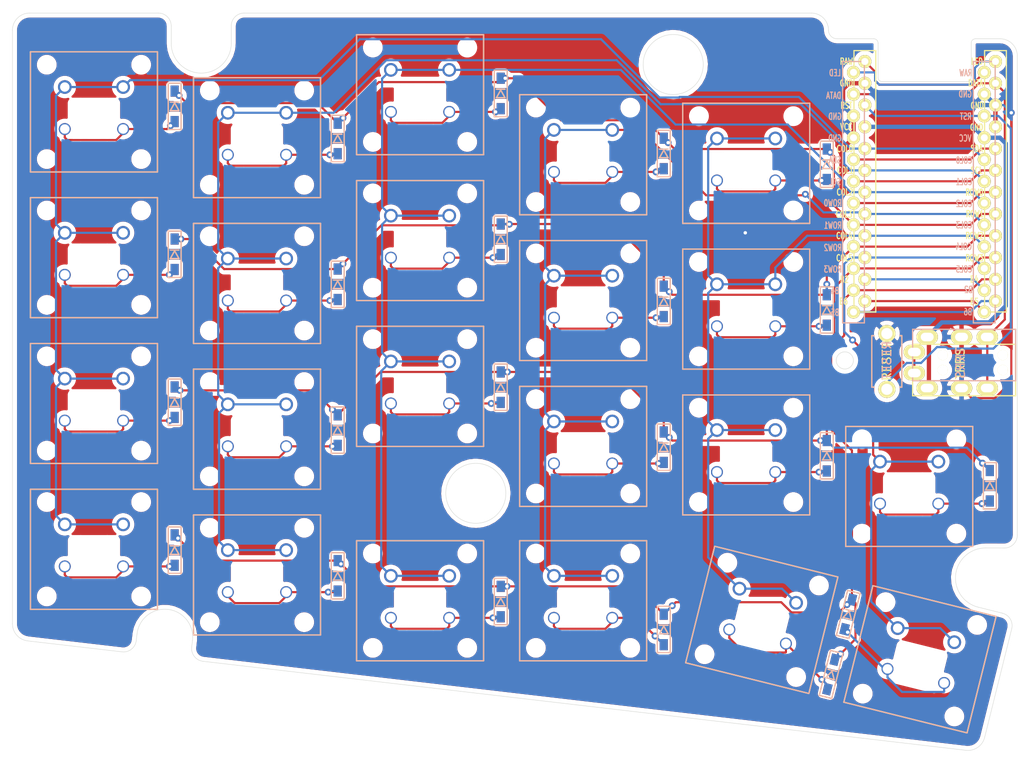
<source format=kicad_pcb>
(kicad_pcb (version 20171130) (host pcbnew "(5.1.0)-1")
  (layers (0 F.Cu signal) (31 B.Cu signal) (34 B.Paste user) (35 F.Paste user) (36 B.SilkS user) (37 F.SilkS user) (38 B.Mask user) (39 F.Mask user) (44 Edge.Cuts user))
  (net 0 "")
  (net 1 "Net-(D1-Pad2)")
  (net 2 row1)
  (net 3 row2)
  (net 4 "Net-(D2-Pad2)")
  (net 5 row3)
  (net 6 "Net-(D3-Pad2)")
  (net 7 row4)
  (net 8 "Net-(D4-Pad2)")
  (net 9 "Net-(D5-Pad2)")
  (net 10 "Net-(D6-Pad2)")
  (net 11 "Net-(D7-Pad2)")
  (net 12 "Net-(D8-Pad2)")
  (net 13 "Net-(D9-Pad2)")
  (net 14 "Net-(D10-Pad2)")
  (net 15 "Net-(D11-Pad2)")
  (net 16 "Net-(D12-Pad2)")
  (net 17 "Net-(D13-Pad2)")
  (net 18 "Net-(D14-Pad2)")
  (net 19 "Net-(D15-Pad2)")
  (net 20 "Net-(D16-Pad2)")
  (net 21 "Net-(D17-Pad2)")
  (net 22 "Net-(D18-Pad2)")
  (net 23 "Net-(D19-Pad2)")
  (net 24 "Net-(D20-Pad2)")
  (net 25 "Net-(D21-Pad2)")
  (net 26 "Net-(D22-Pad2)")
  (net 27 VCC)
  (net 28 "Net-(J1-PadA)")
  (net 29 date)
  (net 30 GND)
  (net 31 col0)
  (net 32 col1)
  (net 33 col2)
  (net 34 col3)
  (net 35 col4)
  (net 36 col5)
  (net 37 RST)
  (net 38 "Net-(U1-Pad24)")
  (net 39 "Net-(U1-Pad13)")
  (net 40 "Net-(U1-Pad12)")
  (net 41 "Net-(U1-Pad7)")
  (net 42 "Net-(U1-Pad6)")
  (net 43 "Net-(U1-Pad5)")
  (net 44 "Net-(U1-Pad1)")
  (net 45 "Net-(U1-Pad14)")
  (module kailh-pg1425-x-switch:Kailh-PG1425-X-Switch-reversible (layer F.Cu) (at 152 92)
    (fp_text reference SW14 hide)
    (fp_text value SW_PUSH)
    (pad 1 thru_hole circle (at -6.800008 -0.000164 180) (size 1.6 1.6) (drill 1.1) (layers *.Cu *.Mask) (net 34 col3))
    (pad "" np_thru_hole circle (at -8.900008 -2.600164 180) (size 1.3 1.3) (drill 1.3) (layers *.Cu *.Mask))
    (pad "" np_thru_hole circle (at 2.099992 8.399836 180) (size 1.3 1.3) (drill 1.3) (layers *.Cu *.Mask))
    (pad 2 thru_hole circle (at -6.800008 4.899836 180) (size 1.4 1.4) (drill 1.1) (layers *.Cu *.Mask) (net 18 "Net-(D14-Pad2)"))
    (pad "" np_thru_hole circle (at -8.9 8.4) (size 1.3 1.3) (drill 1.3) (layers *.Cu *.Mask))
    (pad "" np_thru_hole circle (at 2.1 -2.6) (size 1.3 1.3) (drill 1.3) (layers *.Cu *.Mask))
    (pad 2 thru_hole circle (at 0 4.9) (size 1.4 1.4) (drill 1.1) (layers *.Cu *.Mask) (net 18 "Net-(D14-Pad2)"))
    (pad 1 thru_hole circle (at 0 0) (size 1.6 1.6) (drill 1.1) (layers *.Cu *.Mask) (net 34 col3))
    (pad "" np_thru_hole oval (at -3.4 3.8) (size 5.1 4.1) (drill oval 5.1 4.1) (layers *.Cu *.Mask))
    (pad "" np_thru_hole oval (at -1.85 3.8) (size 2 4.1) (drill oval 2 4.1) (layers *.Cu *.Mask))
    (pad "" np_thru_hole oval (at -4.95 3.8) (size 2 4.1) (drill oval 2 4.1) (layers *.Cu *.Mask))
    (pad "" np_thru_hole oval (at -1 3.8) (size 0.3 4.1) (drill oval 0.3 4.1) (layers *.Cu *.Mask))
    (pad "" np_thru_hole oval (at -5.8 3.8) (size 0.3 4.1) (drill oval 0.3 4.1) (layers *.Cu *.Mask))
    (pad "" np_thru_hole oval (at -3.4 5.7) (size 5.1 0.3) (drill oval 5.1 0.3) (layers *.Cu *.Mask))
    (pad "" np_thru_hole oval (at -3.4 1.9) (size 5.1 0.3) (drill oval 5.1 0.3) (layers *.Cu *.Mask))
  )
  (module kbd:ResetSW (layer F.Cu) (at 184 102 90)
    (fp_text reference SW23 hide)
    (fp_text value SW_PUSH)
    (fp_text user RESET (at 0.127 0 90) (layer B.SilkS) (effects (justify mirror)))
    (fp_text user RESET (at 0 0 90) (layer F.SilkS))
    (pad 1 thru_hole circle (at 3.25 0 90) (size 2 2) (drill 1.3) (layers *.Cu *.Mask F.SilkS) (net 30 GND))
    (pad 2 thru_hole circle (at -3.25 0 90) (size 2 2) (drill 1.3) (layers *.Cu *.Mask F.SilkS) (net 37 RST))
  )
  (module kbd:MJ-4PP-9 (layer F.Cu) (at 199 103 270)
    (fp_text reference J1)
    (fp_text value MJ-4PP-9 hide)
    (fp_text user TRRS (at -0.8255 6.4135 90) (layer B.SilkS) (effects (justify mirror)))
    (fp_text user TRRS (at -0.75 6.45 90) (layer F.SilkS))
    (pad "" np_thru_hole circle (at -1.75 8.5 270) (size 1.2 1.2) (drill 1.2) (layers *.Cu *.Mask F.SilkS))
    (pad "" np_thru_hole circle (at -1.75 1.5 270) (size 1.2 1.2) (drill 1.2) (layers *.Cu *.Mask F.SilkS))
    (pad D thru_hole oval (at -3.85 10.3 270) (size 1.7 2.5) (drill oval 1 1.5) (layers *.Cu *.Mask F.SilkS) (net 27 VCC) (clearance 0.15))
    (pad A thru_hole oval (at 0.35 11.8 270) (size 1.7 2.5) (drill oval 1 1.5) (layers *.Cu *.Mask F.SilkS) (net 28 "Net-(J1-PadA)") (clearance 0.15))
    (pad B thru_hole oval (at -3.85 3.3 270) (size 1.7 2.5) (drill oval 1 1.5) (layers *.Cu *.Mask F.SilkS) (net 29 date))
    (pad C thru_hole oval (at -3.85 6.3 270) (size 1.7 2.5) (drill oval 1 1.5) (layers *.Cu *.Mask F.SilkS) (net 30 GND))
    (pad "" np_thru_hole circle (at 0 1.5 270) (size 1.2 1.2) (drill 1.2) (layers *.Cu *.Mask F.SilkS))
    (pad "" np_thru_hole circle (at 0 8.5 270) (size 1.2 1.2) (drill 1.2) (layers *.Cu *.Mask F.SilkS))
    (pad B thru_hole oval (at 2.1 3.3 270) (size 1.7 2.5) (drill oval 1 1.5) (layers *.Cu *.Mask F.SilkS) (net 29 date))
    (pad C thru_hole oval (at 2.1 6.3 270) (size 1.7 2.5) (drill oval 1 1.5) (layers *.Cu *.Mask F.SilkS) (net 30 GND))
    (pad D thru_hole oval (at 2.1 10.3 270) (size 1.7 2.5) (drill oval 1 1.5) (layers *.Cu *.Mask F.SilkS) (net 27 VCC) (clearance 0.15))
    (pad A thru_hole oval (at -2.1 11.8 270) (size 1.7 2.5) (drill oval 1 1.5) (layers *.Cu *.Mask F.SilkS) (net 28 "Net-(J1-PadA)") (clearance 0.15))
  )
  (module kailh-pg1425-x-switch:Kailh-PG1425-X-Switch-reversible (layer F.Cu) (at 95 70)
    (fp_text reference SW1 hide)
    (fp_text value SW_PUSH)
    (pad 1 thru_hole circle (at -6.800008 -0.000164 180) (size 1.6 1.6) (drill 1.1) (layers *.Cu *.Mask) (net 31 col0))
    (pad "" np_thru_hole circle (at -8.900008 -2.600164 180) (size 1.3 1.3) (drill 1.3) (layers *.Cu *.Mask))
    (pad "" np_thru_hole circle (at 2.099992 8.399836 180) (size 1.3 1.3) (drill 1.3) (layers *.Cu *.Mask))
    (pad 2 thru_hole circle (at -6.800008 4.899836 180) (size 1.4 1.4) (drill 1.1) (layers *.Cu *.Mask) (net 1 "Net-(D1-Pad2)"))
    (pad "" np_thru_hole circle (at -8.9 8.4) (size 1.3 1.3) (drill 1.3) (layers *.Cu *.Mask))
    (pad "" np_thru_hole circle (at 2.1 -2.6) (size 1.3 1.3) (drill 1.3) (layers *.Cu *.Mask))
    (pad 2 thru_hole circle (at 0 4.9) (size 1.4 1.4) (drill 1.1) (layers *.Cu *.Mask) (net 1 "Net-(D1-Pad2)"))
    (pad 1 thru_hole circle (at 0 0) (size 1.6 1.6) (drill 1.1) (layers *.Cu *.Mask) (net 31 col0))
    (pad "" np_thru_hole oval (at -3.4 3.8) (size 5.1 4.1) (drill oval 5.1 4.1) (layers *.Cu *.Mask))
    (pad "" np_thru_hole oval (at -1.85 3.8) (size 2 4.1) (drill oval 2 4.1) (layers *.Cu *.Mask))
    (pad "" np_thru_hole oval (at -4.95 3.8) (size 2 4.1) (drill oval 2 4.1) (layers *.Cu *.Mask))
    (pad "" np_thru_hole oval (at -1 3.8) (size 0.3 4.1) (drill oval 0.3 4.1) (layers *.Cu *.Mask))
    (pad "" np_thru_hole oval (at -5.8 3.8) (size 0.3 4.1) (drill oval 0.3 4.1) (layers *.Cu *.Mask))
    (pad "" np_thru_hole oval (at -3.4 5.7) (size 5.1 0.3) (drill oval 5.1 0.3) (layers *.Cu *.Mask))
    (pad "" np_thru_hole oval (at -3.4 1.9) (size 5.1 0.3) (drill oval 5.1 0.3) (layers *.Cu *.Mask))
  )
  (module kailh-pg1425-x-switch:Kailh-PG1425-X-Switch-reversible (layer F.Cu) (at 95 87)
    (fp_text reference SW2 hide)
    (fp_text value SW_PUSH)
    (pad "" np_thru_hole oval (at -3.4 1.9) (size 5.1 0.3) (drill oval 5.1 0.3) (layers *.Cu *.Mask))
    (pad "" np_thru_hole oval (at -3.4 5.7) (size 5.1 0.3) (drill oval 5.1 0.3) (layers *.Cu *.Mask))
    (pad "" np_thru_hole oval (at -5.8 3.8) (size 0.3 4.1) (drill oval 0.3 4.1) (layers *.Cu *.Mask))
    (pad "" np_thru_hole oval (at -1 3.8) (size 0.3 4.1) (drill oval 0.3 4.1) (layers *.Cu *.Mask))
    (pad "" np_thru_hole oval (at -4.95 3.8) (size 2 4.1) (drill oval 2 4.1) (layers *.Cu *.Mask))
    (pad "" np_thru_hole oval (at -1.85 3.8) (size 2 4.1) (drill oval 2 4.1) (layers *.Cu *.Mask))
    (pad "" np_thru_hole oval (at -3.4 3.8) (size 5.1 4.1) (drill oval 5.1 4.1) (layers *.Cu *.Mask))
    (pad 1 thru_hole circle (at 0 0) (size 1.6 1.6) (drill 1.1) (layers *.Cu *.Mask) (net 31 col0))
    (pad 2 thru_hole circle (at 0 4.9) (size 1.4 1.4) (drill 1.1) (layers *.Cu *.Mask) (net 4 "Net-(D2-Pad2)"))
    (pad "" np_thru_hole circle (at 2.1 -2.6) (size 1.3 1.3) (drill 1.3) (layers *.Cu *.Mask))
    (pad "" np_thru_hole circle (at -8.9 8.4) (size 1.3 1.3) (drill 1.3) (layers *.Cu *.Mask))
    (pad 2 thru_hole circle (at -6.800008 4.899836 180) (size 1.4 1.4) (drill 1.1) (layers *.Cu *.Mask) (net 4 "Net-(D2-Pad2)"))
    (pad "" np_thru_hole circle (at 2.099992 8.399836 180) (size 1.3 1.3) (drill 1.3) (layers *.Cu *.Mask))
    (pad "" np_thru_hole circle (at -8.900008 -2.600164 180) (size 1.3 1.3) (drill 1.3) (layers *.Cu *.Mask))
    (pad 1 thru_hole circle (at -6.800008 -0.000164 180) (size 1.6 1.6) (drill 1.1) (layers *.Cu *.Mask) (net 31 col0))
  )
  (module kailh-pg1425-x-switch:Kailh-PG1425-X-Switch-reversible (layer F.Cu) (at 95 104)
    (fp_text reference SW3 hide)
    (fp_text value SW_PUSH)
    (pad 1 thru_hole circle (at -6.800008 -0.000164 180) (size 1.6 1.6) (drill 1.1) (layers *.Cu *.Mask) (net 31 col0))
    (pad "" np_thru_hole circle (at -8.900008 -2.600164 180) (size 1.3 1.3) (drill 1.3) (layers *.Cu *.Mask))
    (pad "" np_thru_hole circle (at 2.099992 8.399836 180) (size 1.3 1.3) (drill 1.3) (layers *.Cu *.Mask))
    (pad 2 thru_hole circle (at -6.800008 4.899836 180) (size 1.4 1.4) (drill 1.1) (layers *.Cu *.Mask) (net 6 "Net-(D3-Pad2)"))
    (pad "" np_thru_hole circle (at -8.9 8.4) (size 1.3 1.3) (drill 1.3) (layers *.Cu *.Mask))
    (pad "" np_thru_hole circle (at 2.1 -2.6) (size 1.3 1.3) (drill 1.3) (layers *.Cu *.Mask))
    (pad 2 thru_hole circle (at 0 4.9) (size 1.4 1.4) (drill 1.1) (layers *.Cu *.Mask) (net 6 "Net-(D3-Pad2)"))
    (pad 1 thru_hole circle (at 0 0) (size 1.6 1.6) (drill 1.1) (layers *.Cu *.Mask) (net 31 col0))
    (pad "" np_thru_hole oval (at -3.4 3.8) (size 5.1 4.1) (drill oval 5.1 4.1) (layers *.Cu *.Mask))
    (pad "" np_thru_hole oval (at -1.85 3.8) (size 2 4.1) (drill oval 2 4.1) (layers *.Cu *.Mask))
    (pad "" np_thru_hole oval (at -4.95 3.8) (size 2 4.1) (drill oval 2 4.1) (layers *.Cu *.Mask))
    (pad "" np_thru_hole oval (at -1 3.8) (size 0.3 4.1) (drill oval 0.3 4.1) (layers *.Cu *.Mask))
    (pad "" np_thru_hole oval (at -5.8 3.8) (size 0.3 4.1) (drill oval 0.3 4.1) (layers *.Cu *.Mask))
    (pad "" np_thru_hole oval (at -3.4 5.7) (size 5.1 0.3) (drill oval 5.1 0.3) (layers *.Cu *.Mask))
    (pad "" np_thru_hole oval (at -3.4 1.9) (size 5.1 0.3) (drill oval 5.1 0.3) (layers *.Cu *.Mask))
  )
  (module kailh-pg1425-x-switch:Kailh-PG1425-X-Switch-reversible (layer F.Cu) (at 95 121.000164)
    (fp_text reference SW4 hide)
    (fp_text value SW_PUSH)
    (pad "" np_thru_hole oval (at -3.4 1.9) (size 5.1 0.3) (drill oval 5.1 0.3) (layers *.Cu *.Mask))
    (pad "" np_thru_hole oval (at -3.4 5.7) (size 5.1 0.3) (drill oval 5.1 0.3) (layers *.Cu *.Mask))
    (pad "" np_thru_hole oval (at -5.8 3.8) (size 0.3 4.1) (drill oval 0.3 4.1) (layers *.Cu *.Mask))
    (pad "" np_thru_hole oval (at -1 3.8) (size 0.3 4.1) (drill oval 0.3 4.1) (layers *.Cu *.Mask))
    (pad "" np_thru_hole oval (at -4.95 3.8) (size 2 4.1) (drill oval 2 4.1) (layers *.Cu *.Mask))
    (pad "" np_thru_hole oval (at -1.85 3.8) (size 2 4.1) (drill oval 2 4.1) (layers *.Cu *.Mask))
    (pad "" np_thru_hole oval (at -3.4 3.8) (size 5.1 4.1) (drill oval 5.1 4.1) (layers *.Cu *.Mask))
    (pad 1 thru_hole circle (at 0 0) (size 1.6 1.6) (drill 1.1) (layers *.Cu *.Mask) (net 31 col0))
    (pad 2 thru_hole circle (at 0 4.9) (size 1.4 1.4) (drill 1.1) (layers *.Cu *.Mask) (net 8 "Net-(D4-Pad2)"))
    (pad "" np_thru_hole circle (at 2.1 -2.6) (size 1.3 1.3) (drill 1.3) (layers *.Cu *.Mask))
    (pad "" np_thru_hole circle (at -8.9 8.4) (size 1.3 1.3) (drill 1.3) (layers *.Cu *.Mask))
    (pad 2 thru_hole circle (at -6.800008 4.899836 180) (size 1.4 1.4) (drill 1.1) (layers *.Cu *.Mask) (net 8 "Net-(D4-Pad2)"))
    (pad "" np_thru_hole circle (at 2.099992 8.399836 180) (size 1.3 1.3) (drill 1.3) (layers *.Cu *.Mask))
    (pad "" np_thru_hole circle (at -8.900008 -2.600164 180) (size 1.3 1.3) (drill 1.3) (layers *.Cu *.Mask))
    (pad 1 thru_hole circle (at -6.800008 -0.000164 180) (size 1.6 1.6) (drill 1.1) (layers *.Cu *.Mask) (net 31 col0))
  )
  (module kailh-pg1425-x-switch:Kailh-PG1425-X-Switch-reversible (layer F.Cu) (at 114 73)
    (fp_text reference SW5 hide)
    (fp_text value SW_PUSH)
    (pad 1 thru_hole circle (at -6.800008 -0.000164 180) (size 1.6 1.6) (drill 1.1) (layers *.Cu *.Mask) (net 32 col1))
    (pad "" np_thru_hole circle (at -8.900008 -2.600164 180) (size 1.3 1.3) (drill 1.3) (layers *.Cu *.Mask))
    (pad "" np_thru_hole circle (at 2.099992 8.399836 180) (size 1.3 1.3) (drill 1.3) (layers *.Cu *.Mask))
    (pad 2 thru_hole circle (at -6.800008 4.899836 180) (size 1.4 1.4) (drill 1.1) (layers *.Cu *.Mask) (net 9 "Net-(D5-Pad2)"))
    (pad "" np_thru_hole circle (at -8.9 8.4) (size 1.3 1.3) (drill 1.3) (layers *.Cu *.Mask))
    (pad "" np_thru_hole circle (at 2.1 -2.6) (size 1.3 1.3) (drill 1.3) (layers *.Cu *.Mask))
    (pad 2 thru_hole circle (at 0 4.9) (size 1.4 1.4) (drill 1.1) (layers *.Cu *.Mask) (net 9 "Net-(D5-Pad2)"))
    (pad 1 thru_hole circle (at 0 0) (size 1.6 1.6) (drill 1.1) (layers *.Cu *.Mask) (net 32 col1))
    (pad "" np_thru_hole oval (at -3.4 3.8) (size 5.1 4.1) (drill oval 5.1 4.1) (layers *.Cu *.Mask))
    (pad "" np_thru_hole oval (at -1.85 3.8) (size 2 4.1) (drill oval 2 4.1) (layers *.Cu *.Mask))
    (pad "" np_thru_hole oval (at -4.95 3.8) (size 2 4.1) (drill oval 2 4.1) (layers *.Cu *.Mask))
    (pad "" np_thru_hole oval (at -1 3.8) (size 0.3 4.1) (drill oval 0.3 4.1) (layers *.Cu *.Mask))
    (pad "" np_thru_hole oval (at -5.8 3.8) (size 0.3 4.1) (drill oval 0.3 4.1) (layers *.Cu *.Mask))
    (pad "" np_thru_hole oval (at -3.4 5.7) (size 5.1 0.3) (drill oval 5.1 0.3) (layers *.Cu *.Mask))
    (pad "" np_thru_hole oval (at -3.4 1.9) (size 5.1 0.3) (drill oval 5.1 0.3) (layers *.Cu *.Mask))
  )
  (module kailh-pg1425-x-switch:Kailh-PG1425-X-Switch-reversible (layer F.Cu) (at 114 90)
    (fp_text reference SW6 hide)
    (fp_text value SW_PUSH)
    (pad "" np_thru_hole oval (at -3.4 1.9) (size 5.1 0.3) (drill oval 5.1 0.3) (layers *.Cu *.Mask))
    (pad "" np_thru_hole oval (at -3.4 5.7) (size 5.1 0.3) (drill oval 5.1 0.3) (layers *.Cu *.Mask))
    (pad "" np_thru_hole oval (at -5.8 3.8) (size 0.3 4.1) (drill oval 0.3 4.1) (layers *.Cu *.Mask))
    (pad "" np_thru_hole oval (at -1 3.8) (size 0.3 4.1) (drill oval 0.3 4.1) (layers *.Cu *.Mask))
    (pad "" np_thru_hole oval (at -4.95 3.8) (size 2 4.1) (drill oval 2 4.1) (layers *.Cu *.Mask))
    (pad "" np_thru_hole oval (at -1.85 3.8) (size 2 4.1) (drill oval 2 4.1) (layers *.Cu *.Mask))
    (pad "" np_thru_hole oval (at -3.4 3.8) (size 5.1 4.1) (drill oval 5.1 4.1) (layers *.Cu *.Mask))
    (pad 1 thru_hole circle (at 0 0) (size 1.6 1.6) (drill 1.1) (layers *.Cu *.Mask) (net 32 col1))
    (pad 2 thru_hole circle (at 0 4.9) (size 1.4 1.4) (drill 1.1) (layers *.Cu *.Mask) (net 10 "Net-(D6-Pad2)"))
    (pad "" np_thru_hole circle (at 2.1 -2.6) (size 1.3 1.3) (drill 1.3) (layers *.Cu *.Mask))
    (pad "" np_thru_hole circle (at -8.9 8.4) (size 1.3 1.3) (drill 1.3) (layers *.Cu *.Mask))
    (pad 2 thru_hole circle (at -6.800008 4.899836 180) (size 1.4 1.4) (drill 1.1) (layers *.Cu *.Mask) (net 10 "Net-(D6-Pad2)"))
    (pad "" np_thru_hole circle (at 2.099992 8.399836 180) (size 1.3 1.3) (drill 1.3) (layers *.Cu *.Mask))
    (pad "" np_thru_hole circle (at -8.900008 -2.600164 180) (size 1.3 1.3) (drill 1.3) (layers *.Cu *.Mask))
    (pad 1 thru_hole circle (at -6.800008 -0.000164 180) (size 1.6 1.6) (drill 1.1) (layers *.Cu *.Mask) (net 32 col1))
  )
  (module kailh-pg1425-x-switch:Kailh-PG1425-X-Switch-reversible (layer F.Cu) (at 114 107)
    (fp_text reference SW7 hide)
    (fp_text value SW_PUSH)
    (pad 1 thru_hole circle (at -6.800008 -0.000164 180) (size 1.6 1.6) (drill 1.1) (layers *.Cu *.Mask) (net 32 col1))
    (pad "" np_thru_hole circle (at -8.900008 -2.600164 180) (size 1.3 1.3) (drill 1.3) (layers *.Cu *.Mask))
    (pad "" np_thru_hole circle (at 2.099992 8.399836 180) (size 1.3 1.3) (drill 1.3) (layers *.Cu *.Mask))
    (pad 2 thru_hole circle (at -6.800008 4.899836 180) (size 1.4 1.4) (drill 1.1) (layers *.Cu *.Mask) (net 11 "Net-(D7-Pad2)"))
    (pad "" np_thru_hole circle (at -8.9 8.4) (size 1.3 1.3) (drill 1.3) (layers *.Cu *.Mask))
    (pad "" np_thru_hole circle (at 2.1 -2.6) (size 1.3 1.3) (drill 1.3) (layers *.Cu *.Mask))
    (pad 2 thru_hole circle (at 0 4.9) (size 1.4 1.4) (drill 1.1) (layers *.Cu *.Mask) (net 11 "Net-(D7-Pad2)"))
    (pad 1 thru_hole circle (at 0 0) (size 1.6 1.6) (drill 1.1) (layers *.Cu *.Mask) (net 32 col1))
    (pad "" np_thru_hole oval (at -3.4 3.8) (size 5.1 4.1) (drill oval 5.1 4.1) (layers *.Cu *.Mask))
    (pad "" np_thru_hole oval (at -1.85 3.8) (size 2 4.1) (drill oval 2 4.1) (layers *.Cu *.Mask))
    (pad "" np_thru_hole oval (at -4.95 3.8) (size 2 4.1) (drill oval 2 4.1) (layers *.Cu *.Mask))
    (pad "" np_thru_hole oval (at -1 3.8) (size 0.3 4.1) (drill oval 0.3 4.1) (layers *.Cu *.Mask))
    (pad "" np_thru_hole oval (at -5.8 3.8) (size 0.3 4.1) (drill oval 0.3 4.1) (layers *.Cu *.Mask))
    (pad "" np_thru_hole oval (at -3.4 5.7) (size 5.1 0.3) (drill oval 5.1 0.3) (layers *.Cu *.Mask))
    (pad "" np_thru_hole oval (at -3.4 1.9) (size 5.1 0.3) (drill oval 5.1 0.3) (layers *.Cu *.Mask))
  )
  (module kailh-pg1425-x-switch:Kailh-PG1425-X-Switch-reversible (layer F.Cu) (at 114 124)
    (fp_text reference SW8 hide)
    (fp_text value SW_PUSH)
    (pad "" np_thru_hole oval (at -3.4 1.9) (size 5.1 0.3) (drill oval 5.1 0.3) (layers *.Cu *.Mask))
    (pad "" np_thru_hole oval (at -3.4 5.7) (size 5.1 0.3) (drill oval 5.1 0.3) (layers *.Cu *.Mask))
    (pad "" np_thru_hole oval (at -5.8 3.8) (size 0.3 4.1) (drill oval 0.3 4.1) (layers *.Cu *.Mask))
    (pad "" np_thru_hole oval (at -1 3.8) (size 0.3 4.1) (drill oval 0.3 4.1) (layers *.Cu *.Mask))
    (pad "" np_thru_hole oval (at -4.95 3.8) (size 2 4.1) (drill oval 2 4.1) (layers *.Cu *.Mask))
    (pad "" np_thru_hole oval (at -1.85 3.8) (size 2 4.1) (drill oval 2 4.1) (layers *.Cu *.Mask))
    (pad "" np_thru_hole oval (at -3.4 3.8) (size 5.1 4.1) (drill oval 5.1 4.1) (layers *.Cu *.Mask))
    (pad 1 thru_hole circle (at 0 0) (size 1.6 1.6) (drill 1.1) (layers *.Cu *.Mask) (net 32 col1))
    (pad 2 thru_hole circle (at 0 4.9) (size 1.4 1.4) (drill 1.1) (layers *.Cu *.Mask) (net 12 "Net-(D8-Pad2)"))
    (pad "" np_thru_hole circle (at 2.1 -2.6) (size 1.3 1.3) (drill 1.3) (layers *.Cu *.Mask))
    (pad "" np_thru_hole circle (at -8.9 8.4) (size 1.3 1.3) (drill 1.3) (layers *.Cu *.Mask))
    (pad 2 thru_hole circle (at -6.800008 4.899836 180) (size 1.4 1.4) (drill 1.1) (layers *.Cu *.Mask) (net 12 "Net-(D8-Pad2)"))
    (pad "" np_thru_hole circle (at 2.099992 8.399836 180) (size 1.3 1.3) (drill 1.3) (layers *.Cu *.Mask))
    (pad "" np_thru_hole circle (at -8.900008 -2.600164 180) (size 1.3 1.3) (drill 1.3) (layers *.Cu *.Mask))
    (pad 1 thru_hole circle (at -6.800008 -0.000164 180) (size 1.6 1.6) (drill 1.1) (layers *.Cu *.Mask) (net 32 col1))
  )
  (module kailh-pg1425-x-switch:Kailh-PG1425-X-Switch-reversible (layer F.Cu) (at 133 68)
    (fp_text reference SW9 hide)
    (fp_text value SW_PUSH)
    (pad 1 thru_hole circle (at -6.800008 -0.000164 180) (size 1.6 1.6) (drill 1.1) (layers *.Cu *.Mask) (net 33 col2))
    (pad "" np_thru_hole circle (at -8.900008 -2.600164 180) (size 1.3 1.3) (drill 1.3) (layers *.Cu *.Mask))
    (pad "" np_thru_hole circle (at 2.099992 8.399836 180) (size 1.3 1.3) (drill 1.3) (layers *.Cu *.Mask))
    (pad 2 thru_hole circle (at -6.800008 4.899836 180) (size 1.4 1.4) (drill 1.1) (layers *.Cu *.Mask) (net 13 "Net-(D9-Pad2)"))
    (pad "" np_thru_hole circle (at -8.9 8.4) (size 1.3 1.3) (drill 1.3) (layers *.Cu *.Mask))
    (pad "" np_thru_hole circle (at 2.1 -2.6) (size 1.3 1.3) (drill 1.3) (layers *.Cu *.Mask))
    (pad 2 thru_hole circle (at 0 4.9) (size 1.4 1.4) (drill 1.1) (layers *.Cu *.Mask) (net 13 "Net-(D9-Pad2)"))
    (pad 1 thru_hole circle (at 0 0) (size 1.6 1.6) (drill 1.1) (layers *.Cu *.Mask) (net 33 col2))
    (pad "" np_thru_hole oval (at -3.4 3.8) (size 5.1 4.1) (drill oval 5.1 4.1) (layers *.Cu *.Mask))
    (pad "" np_thru_hole oval (at -1.85 3.8) (size 2 4.1) (drill oval 2 4.1) (layers *.Cu *.Mask))
    (pad "" np_thru_hole oval (at -4.95 3.8) (size 2 4.1) (drill oval 2 4.1) (layers *.Cu *.Mask))
    (pad "" np_thru_hole oval (at -1 3.8) (size 0.3 4.1) (drill oval 0.3 4.1) (layers *.Cu *.Mask))
    (pad "" np_thru_hole oval (at -5.8 3.8) (size 0.3 4.1) (drill oval 0.3 4.1) (layers *.Cu *.Mask))
    (pad "" np_thru_hole oval (at -3.4 5.7) (size 5.1 0.3) (drill oval 5.1 0.3) (layers *.Cu *.Mask))
    (pad "" np_thru_hole oval (at -3.4 1.9) (size 5.1 0.3) (drill oval 5.1 0.3) (layers *.Cu *.Mask))
  )
  (module kailh-pg1425-x-switch:Kailh-PG1425-X-Switch-reversible (layer F.Cu) (at 133 85)
    (fp_text reference SW10 hide)
    (fp_text value SW_PUSH)
    (pad "" np_thru_hole oval (at -3.4 1.9) (size 5.1 0.3) (drill oval 5.1 0.3) (layers *.Cu *.Mask))
    (pad "" np_thru_hole oval (at -3.4 5.7) (size 5.1 0.3) (drill oval 5.1 0.3) (layers *.Cu *.Mask))
    (pad "" np_thru_hole oval (at -5.8 3.8) (size 0.3 4.1) (drill oval 0.3 4.1) (layers *.Cu *.Mask))
    (pad "" np_thru_hole oval (at -1 3.8) (size 0.3 4.1) (drill oval 0.3 4.1) (layers *.Cu *.Mask))
    (pad "" np_thru_hole oval (at -4.95 3.8) (size 2 4.1) (drill oval 2 4.1) (layers *.Cu *.Mask))
    (pad "" np_thru_hole oval (at -1.85 3.8) (size 2 4.1) (drill oval 2 4.1) (layers *.Cu *.Mask))
    (pad "" np_thru_hole oval (at -3.4 3.8) (size 5.1 4.1) (drill oval 5.1 4.1) (layers *.Cu *.Mask))
    (pad 1 thru_hole circle (at 0 0) (size 1.6 1.6) (drill 1.1) (layers *.Cu *.Mask) (net 33 col2))
    (pad 2 thru_hole circle (at 0 4.9) (size 1.4 1.4) (drill 1.1) (layers *.Cu *.Mask) (net 14 "Net-(D10-Pad2)"))
    (pad "" np_thru_hole circle (at 2.1 -2.6) (size 1.3 1.3) (drill 1.3) (layers *.Cu *.Mask))
    (pad "" np_thru_hole circle (at -8.9 8.4) (size 1.3 1.3) (drill 1.3) (layers *.Cu *.Mask))
    (pad 2 thru_hole circle (at -6.800008 4.899836 180) (size 1.4 1.4) (drill 1.1) (layers *.Cu *.Mask) (net 14 "Net-(D10-Pad2)"))
    (pad "" np_thru_hole circle (at 2.099992 8.399836 180) (size 1.3 1.3) (drill 1.3) (layers *.Cu *.Mask))
    (pad "" np_thru_hole circle (at -8.900008 -2.600164 180) (size 1.3 1.3) (drill 1.3) (layers *.Cu *.Mask))
    (pad 1 thru_hole circle (at -6.800008 -0.000164 180) (size 1.6 1.6) (drill 1.1) (layers *.Cu *.Mask) (net 33 col2))
  )
  (module kailh-pg1425-x-switch:Kailh-PG1425-X-Switch-reversible (layer F.Cu) (at 133 102)
    (fp_text reference SW11 hide)
    (fp_text value SW_PUSH)
    (pad 1 thru_hole circle (at -6.800008 -0.000164 180) (size 1.6 1.6) (drill 1.1) (layers *.Cu *.Mask) (net 33 col2))
    (pad "" np_thru_hole circle (at -8.900008 -2.600164 180) (size 1.3 1.3) (drill 1.3) (layers *.Cu *.Mask))
    (pad "" np_thru_hole circle (at 2.099992 8.399836 180) (size 1.3 1.3) (drill 1.3) (layers *.Cu *.Mask))
    (pad 2 thru_hole circle (at -6.800008 4.899836 180) (size 1.4 1.4) (drill 1.1) (layers *.Cu *.Mask) (net 15 "Net-(D11-Pad2)"))
    (pad "" np_thru_hole circle (at -8.9 8.4) (size 1.3 1.3) (drill 1.3) (layers *.Cu *.Mask))
    (pad "" np_thru_hole circle (at 2.1 -2.6) (size 1.3 1.3) (drill 1.3) (layers *.Cu *.Mask))
    (pad 2 thru_hole circle (at 0 4.9) (size 1.4 1.4) (drill 1.1) (layers *.Cu *.Mask) (net 15 "Net-(D11-Pad2)"))
    (pad 1 thru_hole circle (at 0 0) (size 1.6 1.6) (drill 1.1) (layers *.Cu *.Mask) (net 33 col2))
    (pad "" np_thru_hole oval (at -3.4 3.8) (size 5.1 4.1) (drill oval 5.1 4.1) (layers *.Cu *.Mask))
    (pad "" np_thru_hole oval (at -1.85 3.8) (size 2 4.1) (drill oval 2 4.1) (layers *.Cu *.Mask))
    (pad "" np_thru_hole oval (at -4.95 3.8) (size 2 4.1) (drill oval 2 4.1) (layers *.Cu *.Mask))
    (pad "" np_thru_hole oval (at -1 3.8) (size 0.3 4.1) (drill oval 0.3 4.1) (layers *.Cu *.Mask))
    (pad "" np_thru_hole oval (at -5.8 3.8) (size 0.3 4.1) (drill oval 0.3 4.1) (layers *.Cu *.Mask))
    (pad "" np_thru_hole oval (at -3.4 5.7) (size 5.1 0.3) (drill oval 5.1 0.3) (layers *.Cu *.Mask))
    (pad "" np_thru_hole oval (at -3.4 1.9) (size 5.1 0.3) (drill oval 5.1 0.3) (layers *.Cu *.Mask))
  )
  (module kailh-pg1425-x-switch:Kailh-PG1425-X-Switch-reversible (layer F.Cu) (at 133 127)
    (fp_text reference SW12 hide)
    (fp_text value SW_PUSH)
    (pad "" np_thru_hole oval (at -3.4 1.9) (size 5.1 0.3) (drill oval 5.1 0.3) (layers *.Cu *.Mask))
    (pad "" np_thru_hole oval (at -3.4 5.7) (size 5.1 0.3) (drill oval 5.1 0.3) (layers *.Cu *.Mask))
    (pad "" np_thru_hole oval (at -5.8 3.8) (size 0.3 4.1) (drill oval 0.3 4.1) (layers *.Cu *.Mask))
    (pad "" np_thru_hole oval (at -1 3.8) (size 0.3 4.1) (drill oval 0.3 4.1) (layers *.Cu *.Mask))
    (pad "" np_thru_hole oval (at -4.95 3.8) (size 2 4.1) (drill oval 2 4.1) (layers *.Cu *.Mask))
    (pad "" np_thru_hole oval (at -1.85 3.8) (size 2 4.1) (drill oval 2 4.1) (layers *.Cu *.Mask))
    (pad "" np_thru_hole oval (at -3.4 3.8) (size 5.1 4.1) (drill oval 5.1 4.1) (layers *.Cu *.Mask))
    (pad 1 thru_hole circle (at 0 0) (size 1.6 1.6) (drill 1.1) (layers *.Cu *.Mask) (net 33 col2))
    (pad 2 thru_hole circle (at 0 4.9) (size 1.4 1.4) (drill 1.1) (layers *.Cu *.Mask) (net 16 "Net-(D12-Pad2)"))
    (pad "" np_thru_hole circle (at 2.1 -2.6) (size 1.3 1.3) (drill 1.3) (layers *.Cu *.Mask))
    (pad "" np_thru_hole circle (at -8.9 8.4) (size 1.3 1.3) (drill 1.3) (layers *.Cu *.Mask))
    (pad 2 thru_hole circle (at -6.800008 4.899836 180) (size 1.4 1.4) (drill 1.1) (layers *.Cu *.Mask) (net 16 "Net-(D12-Pad2)"))
    (pad "" np_thru_hole circle (at 2.099992 8.399836 180) (size 1.3 1.3) (drill 1.3) (layers *.Cu *.Mask))
    (pad "" np_thru_hole circle (at -8.900008 -2.600164 180) (size 1.3 1.3) (drill 1.3) (layers *.Cu *.Mask))
    (pad 1 thru_hole circle (at -6.800008 -0.000164 180) (size 1.6 1.6) (drill 1.1) (layers *.Cu *.Mask) (net 33 col2))
  )
  (module kailh-pg1425-x-switch:Kailh-PG1425-X-Switch-reversible (layer F.Cu) (at 152 75)
    (fp_text reference SW13 hide)
    (fp_text value SW_PUSH)
    (pad "" np_thru_hole oval (at -3.4 1.9) (size 5.1 0.3) (drill oval 5.1 0.3) (layers *.Cu *.Mask))
    (pad "" np_thru_hole oval (at -3.4 5.7) (size 5.1 0.3) (drill oval 5.1 0.3) (layers *.Cu *.Mask))
    (pad "" np_thru_hole oval (at -5.8 3.8) (size 0.3 4.1) (drill oval 0.3 4.1) (layers *.Cu *.Mask))
    (pad "" np_thru_hole oval (at -1 3.8) (size 0.3 4.1) (drill oval 0.3 4.1) (layers *.Cu *.Mask))
    (pad "" np_thru_hole oval (at -4.95 3.8) (size 2 4.1) (drill oval 2 4.1) (layers *.Cu *.Mask))
    (pad "" np_thru_hole oval (at -1.85 3.8) (size 2 4.1) (drill oval 2 4.1) (layers *.Cu *.Mask))
    (pad "" np_thru_hole oval (at -3.4 3.8) (size 5.1 4.1) (drill oval 5.1 4.1) (layers *.Cu *.Mask))
    (pad 1 thru_hole circle (at 0 0) (size 1.6 1.6) (drill 1.1) (layers *.Cu *.Mask) (net 34 col3))
    (pad 2 thru_hole circle (at 0 4.9) (size 1.4 1.4) (drill 1.1) (layers *.Cu *.Mask) (net 17 "Net-(D13-Pad2)"))
    (pad "" np_thru_hole circle (at 2.1 -2.6) (size 1.3 1.3) (drill 1.3) (layers *.Cu *.Mask))
    (pad "" np_thru_hole circle (at -8.9 8.4) (size 1.3 1.3) (drill 1.3) (layers *.Cu *.Mask))
    (pad 2 thru_hole circle (at -6.800008 4.899836 180) (size 1.4 1.4) (drill 1.1) (layers *.Cu *.Mask) (net 17 "Net-(D13-Pad2)"))
    (pad "" np_thru_hole circle (at 2.099992 8.399836 180) (size 1.3 1.3) (drill 1.3) (layers *.Cu *.Mask))
    (pad "" np_thru_hole circle (at -8.900008 -2.600164 180) (size 1.3 1.3) (drill 1.3) (layers *.Cu *.Mask))
    (pad 1 thru_hole circle (at -6.800008 -0.000164 180) (size 1.6 1.6) (drill 1.1) (layers *.Cu *.Mask) (net 34 col3))
  )
  (module kailh-pg1425-x-switch:Kailh-PG1425-X-Switch-reversible (layer F.Cu) (at 152 109)
    (fp_text reference SW15 hide)
    (fp_text value SW_PUSH)
    (pad "" np_thru_hole oval (at -3.4 1.9) (size 5.1 0.3) (drill oval 5.1 0.3) (layers *.Cu *.Mask))
    (pad "" np_thru_hole oval (at -3.4 5.7) (size 5.1 0.3) (drill oval 5.1 0.3) (layers *.Cu *.Mask))
    (pad "" np_thru_hole oval (at -5.8 3.8) (size 0.3 4.1) (drill oval 0.3 4.1) (layers *.Cu *.Mask))
    (pad "" np_thru_hole oval (at -1 3.8) (size 0.3 4.1) (drill oval 0.3 4.1) (layers *.Cu *.Mask))
    (pad "" np_thru_hole oval (at -4.95 3.8) (size 2 4.1) (drill oval 2 4.1) (layers *.Cu *.Mask))
    (pad "" np_thru_hole oval (at -1.85 3.8) (size 2 4.1) (drill oval 2 4.1) (layers *.Cu *.Mask))
    (pad "" np_thru_hole oval (at -3.4 3.8) (size 5.1 4.1) (drill oval 5.1 4.1) (layers *.Cu *.Mask))
    (pad 1 thru_hole circle (at 0 0) (size 1.6 1.6) (drill 1.1) (layers *.Cu *.Mask) (net 34 col3))
    (pad 2 thru_hole circle (at 0 4.9) (size 1.4 1.4) (drill 1.1) (layers *.Cu *.Mask) (net 19 "Net-(D15-Pad2)"))
    (pad "" np_thru_hole circle (at 2.1 -2.6) (size 1.3 1.3) (drill 1.3) (layers *.Cu *.Mask))
    (pad "" np_thru_hole circle (at -8.9 8.4) (size 1.3 1.3) (drill 1.3) (layers *.Cu *.Mask))
    (pad 2 thru_hole circle (at -6.800008 4.899836 180) (size 1.4 1.4) (drill 1.1) (layers *.Cu *.Mask) (net 19 "Net-(D15-Pad2)"))
    (pad "" np_thru_hole circle (at 2.099992 8.399836 180) (size 1.3 1.3) (drill 1.3) (layers *.Cu *.Mask))
    (pad "" np_thru_hole circle (at -8.900008 -2.600164 180) (size 1.3 1.3) (drill 1.3) (layers *.Cu *.Mask))
    (pad 1 thru_hole circle (at -6.800008 -0.000164 180) (size 1.6 1.6) (drill 1.1) (layers *.Cu *.Mask) (net 34 col3))
  )
  (module kailh-pg1425-x-switch:Kailh-PG1425-X-Switch-reversible (layer F.Cu) (at 152 127)
    (fp_text reference SW16 hide)
    (fp_text value SW_PUSH)
    (pad 1 thru_hole circle (at -6.800008 -0.000164 180) (size 1.6 1.6) (drill 1.1) (layers *.Cu *.Mask) (net 34 col3))
    (pad "" np_thru_hole circle (at -8.900008 -2.600164 180) (size 1.3 1.3) (drill 1.3) (layers *.Cu *.Mask))
    (pad "" np_thru_hole circle (at 2.099992 8.399836 180) (size 1.3 1.3) (drill 1.3) (layers *.Cu *.Mask))
    (pad 2 thru_hole circle (at -6.800008 4.899836 180) (size 1.4 1.4) (drill 1.1) (layers *.Cu *.Mask) (net 20 "Net-(D16-Pad2)"))
    (pad "" np_thru_hole circle (at -8.9 8.4) (size 1.3 1.3) (drill 1.3) (layers *.Cu *.Mask))
    (pad "" np_thru_hole circle (at 2.1 -2.6) (size 1.3 1.3) (drill 1.3) (layers *.Cu *.Mask))
    (pad 2 thru_hole circle (at 0 4.9) (size 1.4 1.4) (drill 1.1) (layers *.Cu *.Mask) (net 20 "Net-(D16-Pad2)"))
    (pad 1 thru_hole circle (at 0 0) (size 1.6 1.6) (drill 1.1) (layers *.Cu *.Mask) (net 34 col3))
    (pad "" np_thru_hole oval (at -3.4 3.8) (size 5.1 4.1) (drill oval 5.1 4.1) (layers *.Cu *.Mask))
    (pad "" np_thru_hole oval (at -1.85 3.8) (size 2 4.1) (drill oval 2 4.1) (layers *.Cu *.Mask))
    (pad "" np_thru_hole oval (at -4.95 3.8) (size 2 4.1) (drill oval 2 4.1) (layers *.Cu *.Mask))
    (pad "" np_thru_hole oval (at -1 3.8) (size 0.3 4.1) (drill oval 0.3 4.1) (layers *.Cu *.Mask))
    (pad "" np_thru_hole oval (at -5.8 3.8) (size 0.3 4.1) (drill oval 0.3 4.1) (layers *.Cu *.Mask))
    (pad "" np_thru_hole oval (at -3.4 5.7) (size 5.1 0.3) (drill oval 5.1 0.3) (layers *.Cu *.Mask))
    (pad "" np_thru_hole oval (at -3.4 1.9) (size 5.1 0.3) (drill oval 5.1 0.3) (layers *.Cu *.Mask))
  )
  (module kailh-pg1425-x-switch:Kailh-PG1425-X-Switch-reversible (layer F.Cu) (at 171 76)
    (fp_text reference SW17 hide)
    (fp_text value SW_PUSH)
    (pad 1 thru_hole circle (at -6.800008 -0.000164 180) (size 1.6 1.6) (drill 1.1) (layers *.Cu *.Mask) (net 35 col4))
    (pad "" np_thru_hole circle (at -8.900008 -2.600164 180) (size 1.3 1.3) (drill 1.3) (layers *.Cu *.Mask))
    (pad "" np_thru_hole circle (at 2.099992 8.399836 180) (size 1.3 1.3) (drill 1.3) (layers *.Cu *.Mask))
    (pad 2 thru_hole circle (at -6.800008 4.899836 180) (size 1.4 1.4) (drill 1.1) (layers *.Cu *.Mask) (net 21 "Net-(D17-Pad2)"))
    (pad "" np_thru_hole circle (at -8.9 8.4) (size 1.3 1.3) (drill 1.3) (layers *.Cu *.Mask))
    (pad "" np_thru_hole circle (at 2.1 -2.6) (size 1.3 1.3) (drill 1.3) (layers *.Cu *.Mask))
    (pad 2 thru_hole circle (at 0 4.9) (size 1.4 1.4) (drill 1.1) (layers *.Cu *.Mask) (net 21 "Net-(D17-Pad2)"))
    (pad 1 thru_hole circle (at 0 0) (size 1.6 1.6) (drill 1.1) (layers *.Cu *.Mask) (net 35 col4))
    (pad "" np_thru_hole oval (at -3.4 3.8) (size 5.1 4.1) (drill oval 5.1 4.1) (layers *.Cu *.Mask))
    (pad "" np_thru_hole oval (at -1.85 3.8) (size 2 4.1) (drill oval 2 4.1) (layers *.Cu *.Mask))
    (pad "" np_thru_hole oval (at -4.95 3.8) (size 2 4.1) (drill oval 2 4.1) (layers *.Cu *.Mask))
    (pad "" np_thru_hole oval (at -1 3.8) (size 0.3 4.1) (drill oval 0.3 4.1) (layers *.Cu *.Mask))
    (pad "" np_thru_hole oval (at -5.8 3.8) (size 0.3 4.1) (drill oval 0.3 4.1) (layers *.Cu *.Mask))
    (pad "" np_thru_hole oval (at -3.4 5.7) (size 5.1 0.3) (drill oval 5.1 0.3) (layers *.Cu *.Mask))
    (pad "" np_thru_hole oval (at -3.4 1.9) (size 5.1 0.3) (drill oval 5.1 0.3) (layers *.Cu *.Mask))
  )
  (module kailh-pg1425-x-switch:Kailh-PG1425-X-Switch-reversible (layer F.Cu) (at 171 93)
    (fp_text reference SW18 hide)
    (fp_text value SW_PUSH)
    (pad "" np_thru_hole oval (at -3.4 1.9) (size 5.1 0.3) (drill oval 5.1 0.3) (layers *.Cu *.Mask))
    (pad "" np_thru_hole oval (at -3.4 5.7) (size 5.1 0.3) (drill oval 5.1 0.3) (layers *.Cu *.Mask))
    (pad "" np_thru_hole oval (at -5.8 3.8) (size 0.3 4.1) (drill oval 0.3 4.1) (layers *.Cu *.Mask))
    (pad "" np_thru_hole oval (at -1 3.8) (size 0.3 4.1) (drill oval 0.3 4.1) (layers *.Cu *.Mask))
    (pad "" np_thru_hole oval (at -4.95 3.8) (size 2 4.1) (drill oval 2 4.1) (layers *.Cu *.Mask))
    (pad "" np_thru_hole oval (at -1.85 3.8) (size 2 4.1) (drill oval 2 4.1) (layers *.Cu *.Mask))
    (pad "" np_thru_hole oval (at -3.4 3.8) (size 5.1 4.1) (drill oval 5.1 4.1) (layers *.Cu *.Mask))
    (pad 1 thru_hole circle (at 0 0) (size 1.6 1.6) (drill 1.1) (layers *.Cu *.Mask) (net 35 col4))
    (pad 2 thru_hole circle (at 0 4.9) (size 1.4 1.4) (drill 1.1) (layers *.Cu *.Mask) (net 22 "Net-(D18-Pad2)"))
    (pad "" np_thru_hole circle (at 2.1 -2.6) (size 1.3 1.3) (drill 1.3) (layers *.Cu *.Mask))
    (pad "" np_thru_hole circle (at -8.9 8.4) (size 1.3 1.3) (drill 1.3) (layers *.Cu *.Mask))
    (pad 2 thru_hole circle (at -6.800008 4.899836 180) (size 1.4 1.4) (drill 1.1) (layers *.Cu *.Mask) (net 22 "Net-(D18-Pad2)"))
    (pad "" np_thru_hole circle (at 2.099992 8.399836 180) (size 1.3 1.3) (drill 1.3) (layers *.Cu *.Mask))
    (pad "" np_thru_hole circle (at -8.900008 -2.600164 180) (size 1.3 1.3) (drill 1.3) (layers *.Cu *.Mask))
    (pad 1 thru_hole circle (at -6.800008 -0.000164 180) (size 1.6 1.6) (drill 1.1) (layers *.Cu *.Mask) (net 35 col4))
  )
  (module kailh-pg1425-x-switch:Kailh-PG1425-X-Switch-reversible (layer F.Cu) (at 171 110)
    (fp_text reference SW19 hide)
    (fp_text value SW_PUSH)
    (pad "" np_thru_hole oval (at -3.4 1.9) (size 5.1 0.3) (drill oval 5.1 0.3) (layers *.Cu *.Mask))
    (pad "" np_thru_hole oval (at -3.4 5.7) (size 5.1 0.3) (drill oval 5.1 0.3) (layers *.Cu *.Mask))
    (pad "" np_thru_hole oval (at -5.8 3.8) (size 0.3 4.1) (drill oval 0.3 4.1) (layers *.Cu *.Mask))
    (pad "" np_thru_hole oval (at -1 3.8) (size 0.3 4.1) (drill oval 0.3 4.1) (layers *.Cu *.Mask))
    (pad "" np_thru_hole oval (at -4.95 3.8) (size 2 4.1) (drill oval 2 4.1) (layers *.Cu *.Mask))
    (pad "" np_thru_hole oval (at -1.85 3.8) (size 2 4.1) (drill oval 2 4.1) (layers *.Cu *.Mask))
    (pad "" np_thru_hole oval (at -3.4 3.8) (size 5.1 4.1) (drill oval 5.1 4.1) (layers *.Cu *.Mask))
    (pad 1 thru_hole circle (at 0 0) (size 1.6 1.6) (drill 1.1) (layers *.Cu *.Mask) (net 35 col4))
    (pad 2 thru_hole circle (at 0 4.9) (size 1.4 1.4) (drill 1.1) (layers *.Cu *.Mask) (net 23 "Net-(D19-Pad2)"))
    (pad "" np_thru_hole circle (at 2.1 -2.6) (size 1.3 1.3) (drill 1.3) (layers *.Cu *.Mask))
    (pad "" np_thru_hole circle (at -8.9 8.4) (size 1.3 1.3) (drill 1.3) (layers *.Cu *.Mask))
    (pad 2 thru_hole circle (at -6.800008 4.899836 180) (size 1.4 1.4) (drill 1.1) (layers *.Cu *.Mask) (net 23 "Net-(D19-Pad2)"))
    (pad "" np_thru_hole circle (at 2.099992 8.399836 180) (size 1.3 1.3) (drill 1.3) (layers *.Cu *.Mask))
    (pad "" np_thru_hole circle (at -8.900008 -2.600164 180) (size 1.3 1.3) (drill 1.3) (layers *.Cu *.Mask))
    (pad 1 thru_hole circle (at -6.800008 -0.000164 180) (size 1.6 1.6) (drill 1.1) (layers *.Cu *.Mask) (net 35 col4))
  )
  (module kailh-pg1425-x-switch:Kailh-PG1425-X-Switch-reversible (layer F.Cu) (at 190 113.68)
    (fp_text reference SW21 hide)
    (fp_text value SW_PUSH)
    (pad "" np_thru_hole oval (at -3.4 1.9) (size 5.1 0.3) (drill oval 5.1 0.3) (layers *.Cu *.Mask))
    (pad "" np_thru_hole oval (at -3.4 5.7) (size 5.1 0.3) (drill oval 5.1 0.3) (layers *.Cu *.Mask))
    (pad "" np_thru_hole oval (at -5.8 3.8) (size 0.3 4.1) (drill oval 0.3 4.1) (layers *.Cu *.Mask))
    (pad "" np_thru_hole oval (at -1 3.8) (size 0.3 4.1) (drill oval 0.3 4.1) (layers *.Cu *.Mask))
    (pad "" np_thru_hole oval (at -4.95 3.8) (size 2 4.1) (drill oval 2 4.1) (layers *.Cu *.Mask))
    (pad "" np_thru_hole oval (at -1.85 3.8) (size 2 4.1) (drill oval 2 4.1) (layers *.Cu *.Mask))
    (pad "" np_thru_hole oval (at -3.4 3.8) (size 5.1 4.1) (drill oval 5.1 4.1) (layers *.Cu *.Mask))
    (pad 1 thru_hole circle (at 0 0) (size 1.6 1.6) (drill 1.1) (layers *.Cu *.Mask) (net 36 col5))
    (pad 2 thru_hole circle (at 0 4.9) (size 1.4 1.4) (drill 1.1) (layers *.Cu *.Mask) (net 25 "Net-(D21-Pad2)"))
    (pad "" np_thru_hole circle (at 2.1 -2.6) (size 1.3 1.3) (drill 1.3) (layers *.Cu *.Mask))
    (pad "" np_thru_hole circle (at -8.9 8.4) (size 1.3 1.3) (drill 1.3) (layers *.Cu *.Mask))
    (pad 2 thru_hole circle (at -6.800008 4.899836 180) (size 1.4 1.4) (drill 1.1) (layers *.Cu *.Mask) (net 25 "Net-(D21-Pad2)"))
    (pad "" np_thru_hole circle (at 2.099992 8.399836 180) (size 1.3 1.3) (drill 1.3) (layers *.Cu *.Mask))
    (pad "" np_thru_hole circle (at -8.900008 -2.600164 180) (size 1.3 1.3) (drill 1.3) (layers *.Cu *.Mask))
    (pad 1 thru_hole circle (at -6.800008 -0.000164 180) (size 1.6 1.6) (drill 1.1) (layers *.Cu *.Mask) (net 36 col5))
  )
  (module kbd:ProMicro_v2 (layer F.Cu) (at 189 81.5)
    (fp_text reference U1 hide)
    (fp_text value ProMicro hide)
    (fp_text user RAW (at 4.191 -13.1445) (layer B.SilkS) (effects (font (size 0.75 0.5) (thickness 0.125)) (justify mirror)))
    (fp_text user LED (at -11.049 -13.1445) (layer B.SilkS) (effects (font (size 0.75 0.5) (thickness 0.125)) (justify mirror)))
    (fp_text user GND (at 4.1275 -10.668) (layer B.SilkS) (effects (font (size 0.75 0.5) (thickness 0.125)) (justify mirror)))
    (fp_text user DATA (at -11.2 -10.5) (layer B.SilkS) (effects (font (size 0.75 0.5) (thickness 0.125)) (justify mirror)))
    (fp_text user RST (at 4.191 -8.0645) (layer B.SilkS) (effects (font (size 0.75 0.5) (thickness 0.125)) (justify mirror)))
    (fp_text user GND (at -11.049 -8.0645) (layer B.SilkS) (effects (font (size 0.75 0.5) (thickness 0.125)) (justify mirror)))
    (fp_text user VCC (at 4.1275 -5.5245) (layer B.SilkS) (effects (font (size 0.75 0.5) (thickness 0.125)) (justify mirror)))
    (fp_text user GND (at -11.049 -5.5245) (layer B.SilkS) (effects (font (size 0.75 0.5) (thickness 0.125)) (justify mirror)))
    (fp_text user COL3 (at 4 4.6) (layer B.SilkS) (effects (font (size 0.75 0.5) (thickness 0.125)) (justify mirror)))
    (fp_text user ROW0 (at -11.3 2.032) (layer B.SilkS) (effects (font (size 0.75 0.5) (thickness 0.125)) (justify mirror)))
    (fp_text user COL2 (at 4 2.1) (layer B.SilkS) (effects (font (size 0.75 0.5) (thickness 0.125)) (justify mirror)))
    (fp_text user SCL (at -11.049 -0.4445) (layer B.SilkS) (effects (font (size 0.75 0.5) (thickness 0.125)) (justify mirror)))
    (fp_text user COL1 (at 4 -0.4445) (layer B.SilkS) (effects (font (size 0.75 0.5) (thickness 0.125)) (justify mirror)))
    (fp_text user SDA (at -11.049 -2.9845) (layer B.SilkS) (effects (font (size 0.75 0.5) (thickness 0.125)) (justify mirror)))
    (fp_text user COL0 (at 4 -2.95) (layer B.SilkS) (effects (font (size 0.75 0.5) (thickness 0.125)) (justify mirror)))
    (fp_text user B6 (at 4.445 14.732) (layer B.SilkS) (effects (font (size 0.75 0.5) (thickness 0.125)) (justify mirror)))
    (fp_text user B5 (at -11.049 14.7955) (layer B.SilkS) (effects (font (size 0.75 0.5) (thickness 0.125)) (justify mirror)))
    (fp_text user B4 (at -11.049 12.2555) (layer B.SilkS) (effects (font (size 0.75 0.5) (thickness 0.125)) (justify mirror)))
    (fp_text user B2 (at 4.5085 12.1285) (layer B.SilkS) (effects (font (size 0.75 0.5) (thickness 0.125)) (justify mirror)))
    (fp_text user ROW3 (at -11.3 9.75) (layer B.SilkS) (effects (font (size 0.75 0.5) (thickness 0.125)) (justify mirror)))
    (fp_text user COL5 (at 4 9.75) (layer B.SilkS) (effects (font (size 0.75 0.5) (thickness 0.125)) (justify mirror)))
    (fp_text user ROW2 (at -11.3 7.239) (layer B.SilkS) (effects (font (size 0.75 0.5) (thickness 0.125)) (justify mirror)))
    (fp_text user COL4 (at 3.95 7.112) (layer B.SilkS) (effects (font (size 0.75 0.5) (thickness 0.125)) (justify mirror)))
    (fp_text user ROW1 (at -11.3 4.6355) (layer B.SilkS) (effects (font (size 0.75 0.5) (thickness 0.125)) (justify mirror)))
    (fp_text user ROW1 (at 5.25 3.302) (layer F.SilkS) (effects (font (size 0.75 0.5) (thickness 0.125))))
    (fp_text user COL4 (at -9.95 5.85) (layer F.SilkS) (effects (font (size 0.75 0.5) (thickness 0.125))))
    (fp_text user ROW2 (at 5.2 5.85) (layer F.SilkS) (effects (font (size 0.75 0.5) (thickness 0.125))))
    (fp_text user COL5 (at -9.95 8.4455) (layer F.SilkS) (effects (font (size 0.75 0.5) (thickness 0.125))))
    (fp_text user ROW3 (at 5.2 8.4455) (layer F.SilkS) (effects (font (size 0.75 0.5) (thickness 0.125))))
    (fp_text user B2 (at -9.95 10.95) (layer F.SilkS) (effects (font (size 0.75 0.5) (thickness 0.125))))
    (fp_text user B4 (at 5.2 10.922) (layer F.SilkS) (effects (font (size 0.75 0.5) (thickness 0.125))))
    (fp_text user B5 (at 5.2 13.5255) (layer F.SilkS) (effects (font (size 0.75 0.5) (thickness 0.125))))
    (fp_text user B6 (at -10.05 13.5) (layer F.SilkS) (effects (font (size 0.75 0.5) (thickness 0.125))))
    (fp_text user COL0 (at -9.9 -4.3) (layer F.SilkS) (effects (font (size 0.75 0.5) (thickness 0.125))))
    (fp_text user SDA (at 5.461 -4.318) (layer F.SilkS) (effects (font (size 0.75 0.5) (thickness 0.125))))
    (fp_text user COL1 (at -9.85 -1.778) (layer F.SilkS) (effects (font (size 0.75 0.5) (thickness 0.125))))
    (fp_text user SCL (at 5.461 -1.778) (layer F.SilkS) (effects (font (size 0.75 0.5) (thickness 0.125))))
    (fp_text user COL2 (at -9.9 0.762) (layer F.SilkS) (effects (font (size 0.75 0.5) (thickness 0.125))))
    (fp_text user ROW0 (at 5.2 0.8) (layer F.SilkS) (effects (font (size 0.75 0.5) (thickness 0.125))))
    (fp_text user COL3 (at -10 3.35) (layer F.SilkS) (effects (font (size 0.75 0.5) (thickness 0.125))))
    (fp_text user GND (at 5.461 -6.7945) (layer F.SilkS) (effects (font (size 0.75 0.5) (thickness 0.125))))
    (fp_text user VCC (at -9.7155 -6.858) (layer F.SilkS) (effects (font (size 0.75 0.5) (thickness 0.125))))
    (fp_text user GND (at 5.5245 -9.3345) (layer F.SilkS) (effects (font (size 0.75 0.5) (thickness 0.125))))
    (fp_text user RST (at -9.7155 -9.3345) (layer F.SilkS) (effects (font (size 0.75 0.5) (thickness 0.125))))
    (fp_text user DATA (at 5.35 -11.95) (layer F.SilkS) (effects (font (size 0.75 0.5) (thickness 0.125))))
    (fp_text user GND (at -9.7155 -11.938) (layer F.SilkS) (effects (font (size 0.75 0.5) (thickness 0.125))))
    (fp_text user LED (at 5.5 -14.478) (layer F.SilkS) (effects (font (size 0.75 0.5) (thickness 0.125))))
    (fp_text user RAW (at -9.7155 -14.478) (layer F.SilkS) (effects (font (size 0.75 0.5) (thickness 0.125))))
    (fp_text user "" (at -1.2065 -16.256) (layer B.SilkS) (effects (justify mirror)))
    (fp_text user "" (at -0.5 -17.25) (layer F.SilkS))
    (pad 24 thru_hole circle (at -7.5636 -14.478) (size 1.524 1.524) (drill 0.8128) (layers *.Cu *.Mask F.SilkS) (net 38 "Net-(U1-Pad24)"))
    (pad 23 thru_hole circle (at -7.5636 -11.938) (size 1.524 1.524) (drill 0.8128) (layers *.Cu *.Mask F.SilkS) (net 30 GND))
    (pad 22 thru_hole circle (at -7.5636 -9.398) (size 1.524 1.524) (drill 0.8128) (layers *.Cu *.Mask F.SilkS) (net 37 RST))
    (pad 21 thru_hole circle (at -7.5636 -6.858) (size 1.524 1.524) (drill 0.8128) (layers *.Cu *.Mask F.SilkS) (net 27 VCC))
    (pad 20 thru_hole circle (at -7.5636 -4.318) (size 1.524 1.524) (drill 0.8128) (layers *.Cu *.Mask F.SilkS) (net 31 col0))
    (pad 19 thru_hole circle (at -7.5636 -1.778) (size 1.524 1.524) (drill 0.8128) (layers *.Cu *.Mask F.SilkS) (net 32 col1))
    (pad 18 thru_hole circle (at -7.5636 0.762) (size 1.524 1.524) (drill 0.8128) (layers *.Cu *.Mask F.SilkS) (net 33 col2))
    (pad 17 thru_hole circle (at -7.5636 3.302) (size 1.524 1.524) (drill 0.8128) (layers *.Cu *.Mask F.SilkS) (net 34 col3))
    (pad 16 thru_hole circle (at -7.5636 5.842) (size 1.524 1.524) (drill 0.8128) (layers *.Cu *.Mask F.SilkS) (net 35 col4))
    (pad 15 thru_hole circle (at -7.5636 8.382) (size 1.524 1.524) (drill 0.8128) (layers *.Cu *.Mask F.SilkS) (net 36 col5))
    (pad 14 thru_hole circle (at -7.5636 10.922) (size 1.524 1.524) (drill 0.8128) (layers *.Cu *.Mask F.SilkS) (net 45 "Net-(U1-Pad14)"))
    (pad 13 thru_hole circle (at -7.5636 13.462) (size 1.524 1.524) (drill 0.8128) (layers *.Cu *.Mask F.SilkS) (net 39 "Net-(U1-Pad13)"))
    (pad 12 thru_hole circle (at 7.6564 13.462) (size 1.524 1.524) (drill 0.8128) (layers *.Cu *.Mask F.SilkS) (net 40 "Net-(U1-Pad12)"))
    (pad 11 thru_hole circle (at 7.6564 10.922) (size 1.524 1.524) (drill 0.8128) (layers *.Cu *.Mask F.SilkS) (net 7 row4))
    (pad 10 thru_hole circle (at 7.6564 8.382) (size 1.524 1.524) (drill 0.8128) (layers *.Cu *.Mask F.SilkS) (net 5 row3))
    (pad 9 thru_hole circle (at 7.6564 5.842) (size 1.524 1.524) (drill 0.8128) (layers *.Cu *.Mask F.SilkS) (net 3 row2))
    (pad 8 thru_hole circle (at 7.6564 3.302) (size 1.524 1.524) (drill 0.8128) (layers *.Cu *.Mask F.SilkS) (net 2 row1))
    (pad 7 thru_hole circle (at 7.6564 0.762) (size 1.524 1.524) (drill 0.8128) (layers *.Cu *.Mask F.SilkS) (net 41 "Net-(U1-Pad7)"))
    (pad 6 thru_hole circle (at 7.6564 -1.778) (size 1.524 1.524) (drill 0.8128) (layers *.Cu *.Mask F.SilkS) (net 42 "Net-(U1-Pad6)"))
    (pad 5 thru_hole circle (at 7.6564 -4.318) (size 1.524 1.524) (drill 0.8128) (layers *.Cu *.Mask F.SilkS) (net 43 "Net-(U1-Pad5)"))
    (pad 4 thru_hole circle (at 7.6564 -6.858) (size 1.524 1.524) (drill 0.8128) (layers *.Cu *.Mask F.SilkS) (net 30 GND))
    (pad 3 thru_hole circle (at 7.6564 -9.398) (size 1.524 1.524) (drill 0.8128) (layers *.Cu *.Mask F.SilkS) (net 30 GND))
    (pad 2 thru_hole circle (at 7.6564 -11.938) (size 1.524 1.524) (drill 0.8128) (layers *.Cu *.Mask F.SilkS) (net 29 date))
    (pad 1 thru_hole circle (at 7.6564 -14.478) (size 1.524 1.524) (drill 0.8128) (layers *.Cu *.Mask F.SilkS) (net 44 "Net-(U1-Pad1)"))
    (pad 1 thru_hole circle (at -8.89 -13.208) (size 1.524 1.524) (drill 0.8128) (layers *.Cu *.Mask F.SilkS) (net 44 "Net-(U1-Pad1)"))
    (pad 2 thru_hole circle (at -8.89 -10.668) (size 1.524 1.524) (drill 0.8128) (layers *.Cu *.Mask F.SilkS) (net 29 date))
    (pad 3 thru_hole circle (at -8.89 -8.128) (size 1.524 1.524) (drill 0.8128) (layers *.Cu *.Mask F.SilkS) (net 30 GND))
    (pad 4 thru_hole circle (at -8.89 -5.588) (size 1.524 1.524) (drill 0.8128) (layers *.Cu *.Mask F.SilkS) (net 30 GND))
    (pad 5 thru_hole circle (at -8.89 -3.048) (size 1.524 1.524) (drill 0.8128) (layers *.Cu *.Mask F.SilkS) (net 43 "Net-(U1-Pad5)"))
    (pad 6 thru_hole circle (at -8.89 -0.508) (size 1.524 1.524) (drill 0.8128) (layers *.Cu *.Mask F.SilkS) (net 42 "Net-(U1-Pad6)"))
    (pad 7 thru_hole circle (at -8.89 2.032) (size 1.524 1.524) (drill 0.8128) (layers *.Cu *.Mask F.SilkS) (net 41 "Net-(U1-Pad7)"))
    (pad 8 thru_hole circle (at -8.89 4.572) (size 1.524 1.524) (drill 0.8128) (layers *.Cu *.Mask F.SilkS) (net 2 row1))
    (pad 9 thru_hole circle (at -8.89 7.112) (size 1.524 1.524) (drill 0.8128) (layers *.Cu *.Mask F.SilkS) (net 3 row2))
    (pad 10 thru_hole circle (at -8.89 9.652) (size 1.524 1.524) (drill 0.8128) (layers *.Cu *.Mask F.SilkS) (net 5 row3))
    (pad 11 thru_hole circle (at -8.89 12.192) (size 1.524 1.524) (drill 0.8128) (layers *.Cu *.Mask F.SilkS) (net 7 row4))
    (pad 12 thru_hole circle (at -8.89 14.732) (size 1.524 1.524) (drill 0.8128) (layers *.Cu *.Mask F.SilkS) (net 40 "Net-(U1-Pad12)"))
    (pad 13 thru_hole circle (at 6.35 14.732) (size 1.524 1.524) (drill 0.8128) (layers *.Cu *.Mask F.SilkS) (net 39 "Net-(U1-Pad13)"))
    (pad 14 thru_hole circle (at 6.35 12.192) (size 1.524 1.524) (drill 0.8128) (layers *.Cu *.Mask F.SilkS) (net 45 "Net-(U1-Pad14)"))
    (pad 15 thru_hole circle (at 6.35 9.652) (size 1.524 1.524) (drill 0.8128) (layers *.Cu *.Mask F.SilkS) (net 36 col5))
    (pad 16 thru_hole circle (at 6.35 7.112) (size 1.524 1.524) (drill 0.8128) (layers *.Cu *.Mask F.SilkS) (net 35 col4))
    (pad 17 thru_hole circle (at 6.35 4.572) (size 1.524 1.524) (drill 0.8128) (layers *.Cu *.Mask F.SilkS) (net 34 col3))
    (pad 18 thru_hole circle (at 6.35 2.032) (size 1.524 1.524) (drill 0.8128) (layers *.Cu *.Mask F.SilkS) (net 33 col2))
    (pad 19 thru_hole circle (at 6.35 -0.508) (size 1.524 1.524) (drill 0.8128) (layers *.Cu *.Mask F.SilkS) (net 32 col1))
    (pad 20 thru_hole circle (at 6.35 -3.048) (size 1.524 1.524) (drill 0.8128) (layers *.Cu *.Mask F.SilkS) (net 31 col0))
    (pad 21 thru_hole circle (at 6.35 -5.588) (size 1.524 1.524) (drill 0.8128) (layers *.Cu *.Mask F.SilkS) (net 27 VCC))
    (pad 22 thru_hole circle (at 6.35 -8.128) (size 1.524 1.524) (drill 0.8128) (layers *.Cu *.Mask F.SilkS) (net 37 RST))
    (pad 23 thru_hole circle (at 6.35 -10.668) (size 1.524 1.524) (drill 0.8128) (layers *.Cu *.Mask F.SilkS) (net 30 GND))
    (pad 24 thru_hole circle (at 6.35 -13.208) (size 1.524 1.524) (drill 0.8128) (layers *.Cu *.Mask F.SilkS) (net 38 "Net-(U1-Pad24)"))
  )
  (module kailh-pg1425-x-switch:Kailh-PG1425-X-Switch-reversible (layer F.Cu) (at 173.421203 130.144073 346)
    (fp_text reference SW20 hide)
    (fp_text value SW_PUSH)
    (pad 1 thru_hole circle (at -6.800008 -0.000164 166) (size 1.6 1.6) (drill 1.1) (layers *.Cu *.Mask) (net 35 col4))
    (pad "" np_thru_hole circle (at -8.900008 -2.600164 166) (size 1.3 1.3) (drill 1.3) (layers *.Cu *.Mask))
    (pad "" np_thru_hole circle (at 2.099992 8.399836 166) (size 1.3 1.3) (drill 1.3) (layers *.Cu *.Mask))
    (pad 2 thru_hole circle (at -6.800008 4.899836 166) (size 1.4 1.4) (drill 1.1) (layers *.Cu *.Mask) (net 24 "Net-(D20-Pad2)"))
    (pad "" np_thru_hole circle (at -8.9 8.4 346) (size 1.3 1.3) (drill 1.3) (layers *.Cu *.Mask))
    (pad "" np_thru_hole circle (at 2.1 -2.6 346) (size 1.3 1.3) (drill 1.3) (layers *.Cu *.Mask))
    (pad 2 thru_hole circle (at 0 4.9 346) (size 1.4 1.4) (drill 1.1) (layers *.Cu *.Mask) (net 24 "Net-(D20-Pad2)"))
    (pad 1 thru_hole circle (at 0 0 346) (size 1.6 1.6) (drill 1.1) (layers *.Cu *.Mask) (net 35 col4))
    (pad "" np_thru_hole oval (at -3.4 3.8 346) (size 5.1 4.1) (drill oval 5.1 4.1) (layers *.Cu *.Mask))
    (pad "" np_thru_hole oval (at -1.85 3.8 346) (size 2 4.1) (drill oval 2 4.1) (layers *.Cu *.Mask))
    (pad "" np_thru_hole oval (at -4.95 3.8 346) (size 2 4.1) (drill oval 2 4.1) (layers *.Cu *.Mask))
    (pad "" np_thru_hole oval (at -1 3.8 346) (size 0.3 4.1) (drill oval 0.3 4.1) (layers *.Cu *.Mask))
    (pad "" np_thru_hole oval (at -5.8 3.8 346) (size 0.3 4.1) (drill oval 0.3 4.1) (layers *.Cu *.Mask))
    (pad "" np_thru_hole oval (at -3.4 5.7 346) (size 5.1 0.3) (drill oval 5.1 0.3) (layers *.Cu *.Mask))
    (pad "" np_thru_hole oval (at -3.4 1.9 346) (size 5.1 0.3) (drill oval 5.1 0.3) (layers *.Cu *.Mask))
  )
  (module kailh-pg1425-x-switch:Kailh-PG1425-X-Switch-reversible (layer F.Cu) (at 191.856822 134.740589 346)
    (fp_text reference SW22 hide)
    (fp_text value SW_PUSH)
    (pad "" np_thru_hole oval (at -3.4 1.9 346) (size 5.1 0.3) (drill oval 5.1 0.3) (layers *.Cu *.Mask))
    (pad "" np_thru_hole oval (at -3.4 5.7 346) (size 5.1 0.3) (drill oval 5.1 0.3) (layers *.Cu *.Mask))
    (pad "" np_thru_hole oval (at -5.8 3.8 346) (size 0.3 4.1) (drill oval 0.3 4.1) (layers *.Cu *.Mask))
    (pad "" np_thru_hole oval (at -1 3.8 346) (size 0.3 4.1) (drill oval 0.3 4.1) (layers *.Cu *.Mask))
    (pad "" np_thru_hole oval (at -4.95 3.8 346) (size 2 4.1) (drill oval 2 4.1) (layers *.Cu *.Mask))
    (pad "" np_thru_hole oval (at -1.85 3.8 346) (size 2 4.1) (drill oval 2 4.1) (layers *.Cu *.Mask))
    (pad "" np_thru_hole oval (at -3.4 3.8 346) (size 5.1 4.1) (drill oval 5.1 4.1) (layers *.Cu *.Mask))
    (pad 1 thru_hole circle (at 0 0 346) (size 1.6 1.6) (drill 1.1) (layers *.Cu *.Mask) (net 36 col5))
    (pad 2 thru_hole circle (at 0 4.9 346) (size 1.4 1.4) (drill 1.1) (layers *.Cu *.Mask) (net 26 "Net-(D22-Pad2)"))
    (pad "" np_thru_hole circle (at 2.1 -2.6 346) (size 1.3 1.3) (drill 1.3) (layers *.Cu *.Mask))
    (pad "" np_thru_hole circle (at -8.9 8.4 346) (size 1.3 1.3) (drill 1.3) (layers *.Cu *.Mask))
    (pad 2 thru_hole circle (at -6.800008 4.899836 166) (size 1.4 1.4) (drill 1.1) (layers *.Cu *.Mask) (net 26 "Net-(D22-Pad2)"))
    (pad "" np_thru_hole circle (at 2.099992 8.399836 166) (size 1.3 1.3) (drill 1.3) (layers *.Cu *.Mask))
    (pad "" np_thru_hole circle (at -8.900008 -2.600164 166) (size 1.3 1.3) (drill 1.3) (layers *.Cu *.Mask))
    (pad 1 thru_hole circle (at -6.800008 -0.000164 166) (size 1.6 1.6) (drill 1.1) (layers *.Cu *.Mask) (net 36 col5))
  )
  (module kbd:D3_SMD (layer F.Cu) (at 101 72.25 270)
    (fp_text reference D1 hide)
    (fp_text value D hide)
    (pad 2 smd rect (at 1.775 0 270) (size 1.3 0.95) (layers F.Cu F.Paste F.Mask) (net 1 "Net-(D1-Pad2)"))
    (pad 1 smd rect (at -1.775 0 270) (size 1.3 0.95) (layers B.Cu B.Paste B.Mask) (net 2 row1))
    (pad 2 smd rect (at 1.775 0 270) (size 1.3 0.95) (layers B.Cu B.Paste B.Mask) (net 1 "Net-(D1-Pad2)"))
    (pad 1 smd rect (at -1.775 0 270) (size 1.3 0.95) (layers F.Cu F.Paste F.Mask) (net 2 row1))
  )
  (module kbd:D3_SMD (layer F.Cu) (at 101 89.5 270)
    (fp_text reference D2 hide)
    (fp_text value D hide)
    (pad 2 smd rect (at 1.775 0 270) (size 1.3 0.95) (layers F.Cu F.Paste F.Mask) (net 4 "Net-(D2-Pad2)"))
    (pad 1 smd rect (at -1.775 0 270) (size 1.3 0.95) (layers B.Cu B.Paste B.Mask) (net 3 row2))
    (pad 2 smd rect (at 1.775 0 270) (size 1.3 0.95) (layers B.Cu B.Paste B.Mask) (net 4 "Net-(D2-Pad2)"))
    (pad 1 smd rect (at -1.775 0 270) (size 1.3 0.95) (layers F.Cu F.Paste F.Mask) (net 3 row2))
  )
  (module kbd:D3_SMD (layer F.Cu) (at 101 106.75 270)
    (fp_text reference D3 hide)
    (fp_text value D hide)
    (pad 1 smd rect (at -1.775 0 270) (size 1.3 0.95) (layers F.Cu F.Paste F.Mask) (net 5 row3))
    (pad 2 smd rect (at 1.775 0 270) (size 1.3 0.95) (layers B.Cu B.Paste B.Mask) (net 6 "Net-(D3-Pad2)"))
    (pad 1 smd rect (at -1.775 0 270) (size 1.3 0.95) (layers B.Cu B.Paste B.Mask) (net 5 row3))
    (pad 2 smd rect (at 1.775 0 270) (size 1.3 0.95) (layers F.Cu F.Paste F.Mask) (net 6 "Net-(D3-Pad2)"))
  )
  (module kbd:D3_SMD (layer F.Cu) (at 101 124 270)
    (fp_text reference D4 hide)
    (fp_text value D hide)
    (pad 1 smd rect (at -1.775 0 270) (size 1.3 0.95) (layers F.Cu F.Paste F.Mask) (net 7 row4))
    (pad 2 smd rect (at 1.775 0 270) (size 1.3 0.95) (layers B.Cu B.Paste B.Mask) (net 8 "Net-(D4-Pad2)"))
    (pad 1 smd rect (at -1.775 0 270) (size 1.3 0.95) (layers B.Cu B.Paste B.Mask) (net 7 row4))
    (pad 2 smd rect (at 1.775 0 270) (size 1.3 0.95) (layers F.Cu F.Paste F.Mask) (net 8 "Net-(D4-Pad2)"))
  )
  (module kbd:D3_SMD (layer F.Cu) (at 120 76 270)
    (fp_text reference D5 hide)
    (fp_text value D hide)
    (pad 1 smd rect (at -1.775 0 270) (size 1.3 0.95) (layers F.Cu F.Paste F.Mask) (net 2 row1))
    (pad 2 smd rect (at 1.775 0 270) (size 1.3 0.95) (layers B.Cu B.Paste B.Mask) (net 9 "Net-(D5-Pad2)"))
    (pad 1 smd rect (at -1.775 0 270) (size 1.3 0.95) (layers B.Cu B.Paste B.Mask) (net 2 row1))
    (pad 2 smd rect (at 1.775 0 270) (size 1.3 0.95) (layers F.Cu F.Paste F.Mask) (net 9 "Net-(D5-Pad2)"))
  )
  (module kbd:D3_SMD (layer F.Cu) (at 120 93 270)
    (fp_text reference D6 hide)
    (fp_text value D hide)
    (pad 1 smd rect (at -1.775 0 270) (size 1.3 0.95) (layers F.Cu F.Paste F.Mask) (net 3 row2))
    (pad 2 smd rect (at 1.775 0 270) (size 1.3 0.95) (layers B.Cu B.Paste B.Mask) (net 10 "Net-(D6-Pad2)"))
    (pad 1 smd rect (at -1.775 0 270) (size 1.3 0.95) (layers B.Cu B.Paste B.Mask) (net 3 row2))
    (pad 2 smd rect (at 1.775 0 270) (size 1.3 0.95) (layers F.Cu F.Paste F.Mask) (net 10 "Net-(D6-Pad2)"))
  )
  (module kbd:D3_SMD (layer F.Cu) (at 120 110 270)
    (fp_text reference D7 hide)
    (fp_text value D hide)
    (pad 1 smd rect (at -1.775 0 270) (size 1.3 0.95) (layers F.Cu F.Paste F.Mask) (net 5 row3))
    (pad 2 smd rect (at 1.775 0 270) (size 1.3 0.95) (layers B.Cu B.Paste B.Mask) (net 11 "Net-(D7-Pad2)"))
    (pad 1 smd rect (at -1.775 0 270) (size 1.3 0.95) (layers B.Cu B.Paste B.Mask) (net 5 row3))
    (pad 2 smd rect (at 1.775 0 270) (size 1.3 0.95) (layers F.Cu F.Paste F.Mask) (net 11 "Net-(D7-Pad2)"))
  )
  (module kbd:D3_SMD (layer F.Cu) (at 120 127 270)
    (fp_text reference D8 hide)
    (fp_text value D hide)
    (pad 1 smd rect (at -1.775 0 270) (size 1.3 0.95) (layers F.Cu F.Paste F.Mask) (net 7 row4))
    (pad 2 smd rect (at 1.775 0 270) (size 1.3 0.95) (layers B.Cu B.Paste B.Mask) (net 12 "Net-(D8-Pad2)"))
    (pad 1 smd rect (at -1.775 0 270) (size 1.3 0.95) (layers B.Cu B.Paste B.Mask) (net 7 row4))
    (pad 2 smd rect (at 1.775 0 270) (size 1.3 0.95) (layers F.Cu F.Paste F.Mask) (net 12 "Net-(D8-Pad2)"))
  )
  (module kbd:D3_SMD (layer F.Cu) (at 139 70.75 270)
    (fp_text reference D9 hide)
    (fp_text value D hide)
    (pad 2 smd rect (at 1.775 0 270) (size 1.3 0.95) (layers F.Cu F.Paste F.Mask) (net 13 "Net-(D9-Pad2)"))
    (pad 1 smd rect (at -1.775 0 270) (size 1.3 0.95) (layers B.Cu B.Paste B.Mask) (net 2 row1))
    (pad 2 smd rect (at 1.775 0 270) (size 1.3 0.95) (layers B.Cu B.Paste B.Mask) (net 13 "Net-(D9-Pad2)"))
    (pad 1 smd rect (at -1.775 0 270) (size 1.3 0.95) (layers F.Cu F.Paste F.Mask) (net 2 row1))
  )
  (module kbd:D3_SMD (layer F.Cu) (at 139 87.75 270)
    (fp_text reference D10 hide)
    (fp_text value D hide)
    (pad 2 smd rect (at 1.775 0 270) (size 1.3 0.95) (layers F.Cu F.Paste F.Mask) (net 14 "Net-(D10-Pad2)"))
    (pad 1 smd rect (at -1.775 0 270) (size 1.3 0.95) (layers B.Cu B.Paste B.Mask) (net 3 row2))
    (pad 2 smd rect (at 1.775 0 270) (size 1.3 0.95) (layers B.Cu B.Paste B.Mask) (net 14 "Net-(D10-Pad2)"))
    (pad 1 smd rect (at -1.775 0 270) (size 1.3 0.95) (layers F.Cu F.Paste F.Mask) (net 3 row2))
  )
  (module kbd:D3_SMD (layer F.Cu) (at 139 105 270)
    (fp_text reference D11 hide)
    (fp_text value D hide)
    (pad 1 smd rect (at -1.775 0 270) (size 1.3 0.95) (layers F.Cu F.Paste F.Mask) (net 5 row3))
    (pad 2 smd rect (at 1.775 0 270) (size 1.3 0.95) (layers B.Cu B.Paste B.Mask) (net 15 "Net-(D11-Pad2)"))
    (pad 1 smd rect (at -1.775 0 270) (size 1.3 0.95) (layers B.Cu B.Paste B.Mask) (net 5 row3))
    (pad 2 smd rect (at 1.775 0 270) (size 1.3 0.95) (layers F.Cu F.Paste F.Mask) (net 15 "Net-(D11-Pad2)"))
  )
  (module kbd:D3_SMD (layer F.Cu) (at 139 130 270)
    (fp_text reference D12 hide)
    (fp_text value D hide)
    (pad 2 smd rect (at 1.775 0 270) (size 1.3 0.95) (layers F.Cu F.Paste F.Mask) (net 16 "Net-(D12-Pad2)"))
    (pad 1 smd rect (at -1.775 0 270) (size 1.3 0.95) (layers B.Cu B.Paste B.Mask) (net 7 row4))
    (pad 2 smd rect (at 1.775 0 270) (size 1.3 0.95) (layers B.Cu B.Paste B.Mask) (net 16 "Net-(D12-Pad2)"))
    (pad 1 smd rect (at -1.775 0 270) (size 1.3 0.95) (layers F.Cu F.Paste F.Mask) (net 7 row4))
  )
  (module kbd:D3_SMD (layer F.Cu) (at 158 77.75 270)
    (fp_text reference D13 hide)
    (fp_text value D hide)
    (pad 2 smd rect (at 1.775 0 270) (size 1.3 0.95) (layers F.Cu F.Paste F.Mask) (net 17 "Net-(D13-Pad2)"))
    (pad 1 smd rect (at -1.775 0 270) (size 1.3 0.95) (layers B.Cu B.Paste B.Mask) (net 2 row1))
    (pad 2 smd rect (at 1.775 0 270) (size 1.3 0.95) (layers B.Cu B.Paste B.Mask) (net 17 "Net-(D13-Pad2)"))
    (pad 1 smd rect (at -1.775 0 270) (size 1.3 0.95) (layers F.Cu F.Paste F.Mask) (net 2 row1))
  )
  (module kbd:D3_SMD (layer F.Cu) (at 158 95 270)
    (fp_text reference D14 hide)
    (fp_text value D hide)
    (pad 1 smd rect (at -1.775 0 270) (size 1.3 0.95) (layers F.Cu F.Paste F.Mask) (net 3 row2))
    (pad 2 smd rect (at 1.775 0 270) (size 1.3 0.95) (layers B.Cu B.Paste B.Mask) (net 18 "Net-(D14-Pad2)"))
    (pad 1 smd rect (at -1.775 0 270) (size 1.3 0.95) (layers B.Cu B.Paste B.Mask) (net 3 row2))
    (pad 2 smd rect (at 1.775 0 270) (size 1.3 0.95) (layers F.Cu F.Paste F.Mask) (net 18 "Net-(D14-Pad2)"))
  )
  (module kbd:D3_SMD (layer F.Cu) (at 158 112 270)
    (fp_text reference D15 hide)
    (fp_text value D hide)
    (pad 2 smd rect (at 1.775 0 270) (size 1.3 0.95) (layers F.Cu F.Paste F.Mask) (net 19 "Net-(D15-Pad2)"))
    (pad 1 smd rect (at -1.775 0 270) (size 1.3 0.95) (layers B.Cu B.Paste B.Mask) (net 5 row3))
    (pad 2 smd rect (at 1.775 0 270) (size 1.3 0.95) (layers B.Cu B.Paste B.Mask) (net 19 "Net-(D15-Pad2)"))
    (pad 1 smd rect (at -1.775 0 270) (size 1.3 0.95) (layers F.Cu F.Paste F.Mask) (net 5 row3))
  )
  (module kbd:D3_SMD (layer F.Cu) (at 158 133.25 270)
    (fp_text reference D16 hide)
    (fp_text value D hide)
    (pad 1 smd rect (at -1.775 0 270) (size 1.3 0.95) (layers F.Cu F.Paste F.Mask) (net 7 row4))
    (pad 2 smd rect (at 1.775 0 270) (size 1.3 0.95) (layers B.Cu B.Paste B.Mask) (net 20 "Net-(D16-Pad2)"))
    (pad 1 smd rect (at -1.775 0 270) (size 1.3 0.95) (layers B.Cu B.Paste B.Mask) (net 7 row4))
    (pad 2 smd rect (at 1.775 0 270) (size 1.3 0.95) (layers F.Cu F.Paste F.Mask) (net 20 "Net-(D16-Pad2)"))
  )
  (module kbd:D3_SMD (layer F.Cu) (at 177 79 270)
    (fp_text reference D17 hide)
    (fp_text value D hide)
    (pad 2 smd rect (at 1.775 0 270) (size 1.3 0.95) (layers F.Cu F.Paste F.Mask) (net 21 "Net-(D17-Pad2)"))
    (pad 1 smd rect (at -1.775 0 270) (size 1.3 0.95) (layers B.Cu B.Paste B.Mask) (net 2 row1))
    (pad 2 smd rect (at 1.775 0 270) (size 1.3 0.95) (layers B.Cu B.Paste B.Mask) (net 21 "Net-(D17-Pad2)"))
    (pad 1 smd rect (at -1.775 0 270) (size 1.3 0.95) (layers F.Cu F.Paste F.Mask) (net 2 row1))
  )
  (module kbd:D3_SMD (layer F.Cu) (at 177 96 270)
    (fp_text reference D18 hide)
    (fp_text value D hide)
    (pad 1 smd rect (at -1.775 0 270) (size 1.3 0.95) (layers F.Cu F.Paste F.Mask) (net 3 row2))
    (pad 2 smd rect (at 1.775 0 270) (size 1.3 0.95) (layers B.Cu B.Paste B.Mask) (net 22 "Net-(D18-Pad2)"))
    (pad 1 smd rect (at -1.775 0 270) (size 1.3 0.95) (layers B.Cu B.Paste B.Mask) (net 3 row2))
    (pad 2 smd rect (at 1.775 0 270) (size 1.3 0.95) (layers F.Cu F.Paste F.Mask) (net 22 "Net-(D18-Pad2)"))
  )
  (module kbd:D3_SMD (layer F.Cu) (at 177 113 270)
    (fp_text reference D19 hide)
    (fp_text value D hide)
    (pad 1 smd rect (at -1.775 0 270) (size 1.3 0.95) (layers F.Cu F.Paste F.Mask) (net 5 row3))
    (pad 2 smd rect (at 1.775 0 270) (size 1.3 0.95) (layers B.Cu B.Paste B.Mask) (net 23 "Net-(D19-Pad2)"))
    (pad 1 smd rect (at -1.775 0 270) (size 1.3 0.95) (layers B.Cu B.Paste B.Mask) (net 5 row3))
    (pad 2 smd rect (at 1.775 0 270) (size 1.3 0.95) (layers F.Cu F.Paste F.Mask) (net 23 "Net-(D19-Pad2)"))
  )
  (module kbd:D3_SMD (layer F.Cu) (at 177.5 138.5 256)
    (fp_text reference D20 hide)
    (fp_text value D hide)
    (pad 2 smd rect (at 1.775 0 256) (size 1.3 0.95) (layers F.Cu F.Paste F.Mask) (net 24 "Net-(D20-Pad2)"))
    (pad 1 smd rect (at -1.775 0 256) (size 1.3 0.95) (layers B.Cu B.Paste B.Mask) (net 7 row4))
    (pad 2 smd rect (at 1.775 0 256) (size 1.3 0.95) (layers B.Cu B.Paste B.Mask) (net 24 "Net-(D20-Pad2)"))
    (pad 1 smd rect (at -1.775 0 256) (size 1.3 0.95) (layers F.Cu F.Paste F.Mask) (net 7 row4))
  )
  (module kbd:D3_SMD (layer F.Cu) (at 196 116.5 270)
    (fp_text reference D21 hide)
    (fp_text value D hide)
    (pad 2 smd rect (at 1.775 0 270) (size 1.3 0.95) (layers F.Cu F.Paste F.Mask) (net 25 "Net-(D21-Pad2)"))
    (pad 1 smd rect (at -1.775 0 270) (size 1.3 0.95) (layers B.Cu B.Paste B.Mask) (net 5 row3))
    (pad 2 smd rect (at 1.775 0 270) (size 1.3 0.95) (layers B.Cu B.Paste B.Mask) (net 25 "Net-(D21-Pad2)"))
    (pad 1 smd rect (at -1.775 0 270) (size 1.3 0.95) (layers F.Cu F.Paste F.Mask) (net 5 row3))
  )
  (module kbd:D3_SMD (layer F.Cu) (at 179.5 131.5 256)
    (fp_text reference D22 hide)
    (fp_text value D hide)
    (pad 2 smd rect (at 1.775 0 256) (size 1.3 0.95) (layers F.Cu F.Paste F.Mask) (net 26 "Net-(D22-Pad2)"))
    (pad 1 smd rect (at -1.775 0 256) (size 1.3 0.95) (layers B.Cu B.Paste B.Mask) (net 7 row4))
    (pad 2 smd rect (at 1.775 0 256) (size 1.3 0.95) (layers B.Cu B.Paste B.Mask) (net 26 "Net-(D22-Pad2)"))
    (pad 1 smd rect (at -1.775 0 256) (size 1.3 0.95) (layers F.Cu F.Paste F.Mask) (net 7 row4))
  )
  (gr_line (start 194.325 64.375) (end 197.2 64.375) (layer Edge.Cuts) (width 0.05))
  (gr_line (start 193.825 68.875) (end 193.825 64.875) (layer Edge.Cuts) (width 0.05))
  (gr_line (start 183.475 69.375) (end 193.325 69.375) (layer Edge.Cuts) (width 0.05))
  (gr_line (start 182.975 64.875) (end 182.975 68.875) (layer Edge.Cuts) (width 0.05))
  (gr_line (start 178.2 64.375) (end 182.475 64.375) (layer Edge.Cuts) (width 0.05))
  (gr_arc (start 194.325 64.875) (end 194.325 64.375) (angle -90) (layer Edge.Cuts) (width 0.05))
  (gr_arc (start 193.325 68.875) (end 193.325 69.375) (angle -90) (layer Edge.Cuts) (width 0.05))
  (gr_arc (start 183.475 68.875) (end 182.975 68.875) (angle -90) (layer Edge.Cuts) (width 0.05))
  (gr_arc (start 182.475 64.875) (end 182.975 64.875) (angle -90) (layer Edge.Cuts) (width 0.05))
  (gr_line (start 104.300141 136.963841) (end 193.220001 147.344999) (layer Edge.Cuts) (width 0.05))
  (gr_line (start 83.87 134.585) (end 94.870001 135.864999) (layer Edge.Cuts) (width 0.05))
  (gr_line (start 195.395182 145.833813) (end 198.549999 133.164999) (layer Edge.Cuts) (width 0.05))
  (gr_line (start 199.2 66.375) (end 199.2 122.255) (layer Edge.Cuts) (width 0.05))
  (gr_arc (start 195.5 127.255) (end 195.5 123.75) (angle -165.9637684) (layer Edge.Cuts) (width 0.05))
  (gr_line (start 109.1 61.375) (end 175.2 61.375) (layer Edge.Cuts) (width 0.05))
  (gr_line (start 84.1 61.375) (end 99.1 61.375) (layer Edge.Cuts) (width 0.05))
  (gr_arc (start 197.1 132.805) (end 198.549999 133.164999) (angle -90.09181191) (layer Edge.Cuts) (width 0.05))
  (gr_line (start 194.650001 130.654999) (end 197.457675 131.354426) (layer Edge.Cuts) (width 0.05))
  (gr_line (start 197.7 123.755) (end 195.5 123.75) (layer Edge.Cuts) (width 0.05))
  (gr_arc (start 197.7 122.255) (end 197.7 123.755) (angle -90) (layer Edge.Cuts) (width 0.05))
  (gr_line (start 96.62 133.775) (end 96.529999 134.544999) (layer Edge.Cuts) (width 0.05))
  (gr_line (start 103.079999 134.534999) (end 102.990001 135.305001) (layer Edge.Cuts) (width 0.05))
  (gr_arc (start 104.48 135.475) (end 102.990001 135.305001) (angle -89.62069816) (layer Edge.Cuts) (width 0.05))
  (gr_arc (start 99.85 134.15) (end 103.079999 134.534999) (angle -180.1749645) (layer Edge.Cuts) (width 0.05))
  (gr_arc (start 95.04 134.375) (end 94.870001 135.864999) (angle -90) (layer Edge.Cuts) (width 0.05))
  (gr_line (start 107.6 64.875) (end 107.6 62.875) (layer Edge.Cuts) (width 0.05))
  (gr_line (start 100.6 62.875) (end 100.6 64.875) (layer Edge.Cuts) (width 0.05))
  (gr_arc (start 109.1 62.875) (end 109.1 61.375) (angle -90) (layer Edge.Cuts) (width 0.05))
  (gr_arc (start 104.1 64.875) (end 100.6 64.875) (angle -180) (layer Edge.Cuts) (width 0.05))
  (gr_arc (start 99.1 62.875) (end 100.6 62.875) (angle -90) (layer Edge.Cuts) (width 0.05))
  (gr_circle (center 179.1 101.88) (end 180.1 101.88) (layer Edge.Cuts) (width 0.05))
  (gr_circle (center 136.1 117.375) (end 139.6 117.375) (layer Edge.Cuts) (width 0.05))
  (gr_circle (center 159.1 67.375) (end 162.6 67.375) (layer Edge.Cuts) (width 0.05))
  (gr_arc (start 178.2 63.375) (end 177.2 63.375) (angle -90) (layer Edge.Cuts) (width 0.05))
  (gr_arc (start 175.2 63.375) (end 177.2 63.375) (angle -90) (layer Edge.Cuts) (width 0.05))
  (gr_arc (start 197.2 66.375) (end 199.2 66.375) (angle -90) (layer Edge.Cuts) (width 0.05))
  (gr_arc (start 193.45 145.355) (end 193.220001 147.344999) (angle -82.76422174) (layer Edge.Cuts) (width 0.05))
  (gr_arc (start 84.1 132.595) (end 82.1 132.595) (angle -83.40712729) (layer Edge.Cuts) (width 0.05))
  (gr_arc (start 84.1 63.375) (end 84.1 61.375) (angle -90) (layer Edge.Cuts) (width 0.05))
  (gr_line (start 82.1 63.375) (end 82.1 132.595) (layer Edge.Cuts) (width 0.05))
  (segment (start 95 75.371765) (end 95 74.9) (width 0.25) (layer F.Cu) (net 1))
  (segment (start 94.196755 76.17501) (end 95 75.371765) (width 0.25) (layer F.Cu) (net 1))
  (segment (start 88.485217 76.17501) (end 94.196755 76.17501) (width 0.25) (layer F.Cu) (net 1))
  (segment (start 88.199992 75.889785) (end 88.485217 76.17501) (width 0.25) (layer F.Cu) (net 1))
  (segment (start 88.199992 74.899836) (end 88.199992 75.889785) (width 0.25) (layer F.Cu) (net 1))
  (segment (start 95 74.9) (end 100.125 74.9) (width 0.25) (layer F.Cu) (net 1))
  (segment (start 101 74.025) (end 100.5125 74.5125) (width 0.25) (layer B.Cu) (net 1))
  (segment (start 100.5125 74.5125) (end 101 74.025) (width 0.25) (layer F.Cu) (net 1))
  (via (at 100.5125 74.5125) (size 0.8) (drill 0.4) (layers F.Cu B.Cu) (net 1))
  (segment (start 100.125 74.9) (end 100.5125 74.5125) (width 0.25) (layer F.Cu) (net 1))
  (segment (start 177.825001 83.787001) (end 177.825001 78.050001) (width 0.25) (layer F.Cu) (net 2))
  (segment (start 180.11 86.072) (end 177.825001 83.787001) (width 0.25) (layer F.Cu) (net 2))
  (segment (start 195.011238 84.802) (end 196.6564 84.802) (width 0.25) (layer F.Cu) (net 2))
  (segment (start 193.741238 86.072) (end 195.011238 84.802) (width 0.25) (layer F.Cu) (net 2))
  (segment (start 180.11 86.072) (end 193.741238 86.072) (width 0.25) (layer F.Cu) (net 2))
  (segment (start 177 77.225) (end 159.25 77.225) (width 0.25) (layer F.Cu) (net 2))
  (segment (start 146.017993 73.874835) (end 141.118158 68.975) (width 0.25) (layer F.Cu) (net 2))
  (segment (start 155.899835 73.874835) (end 146.017993 73.874835) (width 0.25) (layer F.Cu) (net 2))
  (segment (start 158 75.975) (end 155.899835 73.874835) (width 0.25) (layer F.Cu) (net 2))
  (segment (start 117.649835 71.874835) (end 102.399835 71.874835) (width 0.25) (layer F.Cu) (net 2))
  (segment (start 120 74.225) (end 117.649835 71.874835) (width 0.25) (layer F.Cu) (net 2))
  (segment (start 138.55001 69.42499) (end 139 68.975) (width 0.25) (layer F.Cu) (net 2))
  (segment (start 124.80001 69.42499) (end 138.55001 69.42499) (width 0.25) (layer F.Cu) (net 2))
  (via (at 101.5125 70.9875) (size 0.8) (drill 0.4) (layers F.Cu B.Cu) (net 2))
  (segment (start 101 70.475) (end 101.5125 70.9875) (width 0.25) (layer B.Cu) (net 2))
  (segment (start 101.5125 70.9875) (end 101 70.475) (width 0.25) (layer F.Cu) (net 2))
  (segment (start 102.399835 71.874835) (end 101.5125 70.9875) (width 0.25) (layer F.Cu) (net 2))
  (via (at 120.6125 73.6125) (size 0.8) (drill 0.4) (layers F.Cu B.Cu) (net 2))
  (segment (start 120 74.225) (end 120.6125 73.6125) (width 0.25) (layer B.Cu) (net 2))
  (segment (start 120.6125 73.6125) (end 124.80001 69.42499) (width 0.25) (layer F.Cu) (net 2))
  (segment (start 120 74.225) (end 120.6125 73.6125) (width 0.25) (layer F.Cu) (net 2))
  (via (at 139.525 68.975) (size 0.8) (drill 0.4) (layers F.Cu B.Cu) (net 2))
  (segment (start 139 68.975) (end 139.525 68.975) (width 0.25) (layer B.Cu) (net 2))
  (segment (start 139.525 68.975) (end 139 68.975) (width 0.25) (layer F.Cu) (net 2))
  (segment (start 141.118158 68.975) (end 139.525 68.975) (width 0.25) (layer F.Cu) (net 2))
  (segment (start 158 75.975) (end 158.5125 76.4875) (width 0.25) (layer B.Cu) (net 2))
  (via (at 158.5125 76.4875) (size 0.8) (drill 0.4) (layers F.Cu B.Cu) (net 2))
  (segment (start 158.5125 76.4875) (end 158 75.975) (width 0.25) (layer F.Cu) (net 2))
  (segment (start 159.25 77.225) (end 158.5125 76.4875) (width 0.25) (layer F.Cu) (net 2))
  (via (at 177.3875 77.6125) (size 0.8) (drill 0.4) (layers F.Cu B.Cu) (net 2))
  (segment (start 177 77.225) (end 177.3875 77.6125) (width 0.25) (layer B.Cu) (net 2))
  (segment (start 177.3875 77.6125) (end 177 77.225) (width 0.25) (layer F.Cu) (net 2))
  (segment (start 177.825001 78.050001) (end 177.3875 77.6125) (width 0.25) (layer F.Cu) (net 2))
  (segment (start 180.11 88.612) (end 177 91.722) (width 0.25) (layer F.Cu) (net 3))
  (segment (start 194.658 87.342) (end 196.6564 87.342) (width 0.25) (layer F.Cu) (net 3))
  (segment (start 193.388 88.612) (end 194.658 87.342) (width 0.25) (layer F.Cu) (net 3))
  (segment (start 180.11 88.612) (end 193.388 88.612) (width 0.25) (layer F.Cu) (net 3))
  (segment (start 177 94.225) (end 159 94.225) (width 0.25) (layer F.Cu) (net 3))
  (segment (start 152.118002 85.975) (end 139 85.975) (width 0.25) (layer F.Cu) (net 3))
  (segment (start 158 91.856998) (end 152.118002 85.975) (width 0.25) (layer F.Cu) (net 3))
  (segment (start 158 93.225) (end 158 91.856998) (width 0.25) (layer F.Cu) (net 3))
  (segment (start 138.849999 86.125001) (end 125.099999 86.125001) (width 0.25) (layer F.Cu) (net 3))
  (segment (start 139 85.975) (end 138.849999 86.125001) (width 0.25) (layer F.Cu) (net 3))
  (segment (start 106.760154 91.225) (end 103.260154 87.725) (width 0.25) (layer F.Cu) (net 3))
  (segment (start 120 91.225) (end 106.760154 91.225) (width 0.25) (layer F.Cu) (net 3))
  (segment (start 101 87.725) (end 101.725 87.725) (width 0.25) (layer B.Cu) (net 3))
  (via (at 101.725 87.725) (size 0.8) (drill 0.4) (layers F.Cu B.Cu) (net 3))
  (segment (start 101.725 87.725) (end 101 87.725) (width 0.25) (layer F.Cu) (net 3))
  (segment (start 103.260154 87.725) (end 101.725 87.725) (width 0.25) (layer F.Cu) (net 3))
  (via (at 120.6125 90.6125) (size 0.8) (drill 0.4) (layers F.Cu B.Cu) (net 3))
  (segment (start 120 91.225) (end 120.6125 90.6125) (width 0.25) (layer B.Cu) (net 3))
  (segment (start 120.6125 90.6125) (end 120 91.225) (width 0.25) (layer F.Cu) (net 3))
  (segment (start 125.099999 86.125001) (end 120.6125 90.6125) (width 0.25) (layer F.Cu) (net 3))
  (via (at 140 86) (size 0.8) (drill 0.4) (layers F.Cu B.Cu) (net 3))
  (segment (start 139.975 85.975) (end 140 86) (width 0.25) (layer B.Cu) (net 3))
  (segment (start 139 85.975) (end 139.975 85.975) (width 0.25) (layer B.Cu) (net 3))
  (segment (start 158 93.225) (end 158.6375 93.8625) (width 0.25) (layer B.Cu) (net 3))
  (segment (start 158.6375 93.8625) (end 158 93.225) (width 0.25) (layer F.Cu) (net 3))
  (via (at 158.6375 93.8625) (size 0.8) (drill 0.4) (layers F.Cu B.Cu) (net 3))
  (segment (start 159 94.225) (end 158.6375 93.8625) (width 0.25) (layer F.Cu) (net 3))
  (via (at 177 93) (size 0.8) (drill 0.4) (layers F.Cu B.Cu) (net 3))
  (segment (start 177 94.225) (end 177 93) (width 0.25) (layer B.Cu) (net 3))
  (segment (start 177 93) (end 177 94.225) (width 0.25) (layer F.Cu) (net 3))
  (segment (start 177 91.722) (end 177 93) (width 0.25) (layer F.Cu) (net 3))
  (segment (start 95 92.371765) (end 95 91.9) (width 0.25) (layer F.Cu) (net 4))
  (segment (start 94.196755 93.17501) (end 95 92.371765) (width 0.25) (layer F.Cu) (net 4))
  (segment (start 88.485217 93.17501) (end 94.196755 93.17501) (width 0.25) (layer F.Cu) (net 4))
  (segment (start 88.199992 92.889785) (end 88.485217 93.17501) (width 0.25) (layer F.Cu) (net 4))
  (segment (start 88.199992 91.899836) (end 88.199992 92.889785) (width 0.25) (layer F.Cu) (net 4))
  (segment (start 95 91.9) (end 100.375 91.9) (width 0.25) (layer F.Cu) (net 4))
  (via (at 100.3875 91.8875) (size 0.8) (drill 0.4) (layers F.Cu B.Cu) (net 4))
  (segment (start 101 91.275) (end 100.3875 91.8875) (width 0.25) (layer B.Cu) (net 4))
  (segment (start 100.3875 91.8875) (end 101 91.275) (width 0.25) (layer F.Cu) (net 4))
  (segment (start 100.375 91.9) (end 100.3875 91.8875) (width 0.25) (layer F.Cu) (net 4))
  (segment (start 177.838127 93.423873) (end 177.838127 99.161873) (width 0.25) (layer F.Cu) (net 5))
  (segment (start 180.11 91.152) (end 177.838127 93.423873) (width 0.25) (layer F.Cu) (net 5))
  (segment (start 177 100) (end 177 111.225) (width 0.25) (layer F.Cu) (net 5))
  (segment (start 177.838127 99.161873) (end 177 100) (width 0.25) (layer F.Cu) (net 5))
  (segment (start 195.011238 89.882) (end 196.6564 89.882) (width 0.25) (layer F.Cu) (net 5))
  (segment (start 193.741238 91.152) (end 195.011238 89.882) (width 0.25) (layer F.Cu) (net 5))
  (segment (start 180.11 91.152) (end 193.741238 91.152) (width 0.25) (layer F.Cu) (net 5))
  (segment (start 158 108.856998) (end 152.368002 103.225) (width 0.25) (layer F.Cu) (net 5))
  (segment (start 158 110.225) (end 158 108.856998) (width 0.25) (layer F.Cu) (net 5))
  (segment (start 125 103.225) (end 120 108.225) (width 0.25) (layer F.Cu) (net 5))
  (segment (start 139 103.225) (end 125 103.225) (width 0.25) (layer F.Cu) (net 5))
  (segment (start 101.400001 105.375001) (end 101 104.975) (width 0.25) (layer F.Cu) (net 5))
  (segment (start 177.830001 112.055001) (end 193.330001 112.055001) (width 0.25) (layer B.Cu) (net 5))
  (segment (start 177 111.225) (end 177.830001 112.055001) (width 0.25) (layer B.Cu) (net 5))
  (via (at 101.624999 105.375001) (size 0.8) (drill 0.4) (layers F.Cu B.Cu) (net 5))
  (segment (start 101.224998 104.975) (end 101.624999 105.375001) (width 0.25) (layer B.Cu) (net 5))
  (segment (start 101 104.975) (end 101.224998 104.975) (width 0.25) (layer B.Cu) (net 5))
  (segment (start 101.624999 105.375001) (end 101.400001 105.375001) (width 0.25) (layer F.Cu) (net 5))
  (segment (start 117.150001 105.375001) (end 101.624999 105.375001) (width 0.25) (layer F.Cu) (net 5))
  (via (at 119.3875 107.6125) (size 0.8) (drill 0.4) (layers F.Cu B.Cu) (net 5))
  (segment (start 119.3875 107.6125) (end 117.150001 105.375001) (width 0.25) (layer F.Cu) (net 5))
  (segment (start 120 108.225) (end 119.3875 107.6125) (width 0.25) (layer B.Cu) (net 5))
  (segment (start 120 108.225) (end 119.3875 107.6125) (width 0.25) (layer F.Cu) (net 5))
  (via (at 139.775 103.225) (size 0.8) (drill 0.4) (layers F.Cu B.Cu) (net 5))
  (segment (start 139 103.225) (end 139.775 103.225) (width 0.25) (layer B.Cu) (net 5))
  (segment (start 139.775 103.225) (end 139 103.225) (width 0.25) (layer F.Cu) (net 5))
  (segment (start 152.368002 103.225) (end 139.775 103.225) (width 0.25) (layer F.Cu) (net 5))
  (segment (start 158 110.225) (end 158.6375 110.8625) (width 0.25) (layer B.Cu) (net 5))
  (via (at 158.6375 110.8625) (size 0.8) (drill 0.4) (layers F.Cu B.Cu) (net 5))
  (segment (start 158.6375 110.8625) (end 158 110.225) (width 0.25) (layer F.Cu) (net 5))
  (segment (start 159 111.225) (end 158.6375 110.8625) (width 0.25) (layer F.Cu) (net 5))
  (via (at 176.275 111.225) (size 0.8) (drill 0.4) (layers F.Cu B.Cu) (net 5))
  (segment (start 177 111.225) (end 176.275 111.225) (width 0.25) (layer B.Cu) (net 5))
  (segment (start 176.275 111.225) (end 159 111.225) (width 0.25) (layer F.Cu) (net 5))
  (segment (start 177 111.225) (end 176.275 111.225) (width 0.25) (layer F.Cu) (net 5))
  (via (at 195.1375 113.8625) (size 0.8) (drill 0.4) (layers F.Cu B.Cu) (net 5))
  (segment (start 196 114.725) (end 195.1375 113.8625) (width 0.25) (layer F.Cu) (net 5))
  (segment (start 195.1375 113.8625) (end 196 114.725) (width 0.25) (layer B.Cu) (net 5))
  (segment (start 193.330001 112.055001) (end 195.1375 113.8625) (width 0.25) (layer B.Cu) (net 5))
  (segment (start 100.625 108.9) (end 101 108.525) (width 0.25) (layer B.Cu) (net 6))
  (segment (start 95 109.889949) (end 95 108.9) (width 0.25) (layer F.Cu) (net 6))
  (segment (start 94.714939 110.17501) (end 95 109.889949) (width 0.25) (layer F.Cu) (net 6))
  (segment (start 88.485217 110.17501) (end 94.714939 110.17501) (width 0.25) (layer F.Cu) (net 6))
  (segment (start 88.199992 109.889785) (end 88.485217 110.17501) (width 0.25) (layer F.Cu) (net 6))
  (segment (start 88.199992 108.899836) (end 88.199992 109.889785) (width 0.25) (layer F.Cu) (net 6))
  (segment (start 100.625 108.9) (end 101 108.525) (width 0.25) (layer F.Cu) (net 6))
  (via (at 100.4 108.9) (size 0.8) (drill 0.4) (layers F.Cu B.Cu) (net 6))
  (segment (start 100.775 108.525) (end 100.4 108.9) (width 0.25) (layer B.Cu) (net 6))
  (segment (start 101 108.525) (end 100.775 108.525) (width 0.25) (layer B.Cu) (net 6))
  (segment (start 100.4 108.9) (end 100.625 108.9) (width 0.25) (layer F.Cu) (net 6))
  (segment (start 95 108.9) (end 100.4 108.9) (width 0.25) (layer F.Cu) (net 6))
  (segment (start 179.022999 94.779001) (end 179.022999 98.977001) (width 0.25) (layer F.Cu) (net 7))
  (segment (start 180.11 93.692) (end 179.022999 94.779001) (width 0.25) (layer F.Cu) (net 7))
  (segment (start 179.022999 98.977001) (end 177.5 100.5) (width 0.25) (layer F.Cu) (net 7))
  (segment (start 179.929411 112.369409) (end 179.929411 129.777725) (width 0.25) (layer F.Cu) (net 7))
  (segment (start 177.5 109.939998) (end 179.929411 112.369409) (width 0.25) (layer F.Cu) (net 7))
  (segment (start 177.5 100.5) (end 177.5 109.939998) (width 0.25) (layer F.Cu) (net 7))
  (segment (start 180.341878 130.190192) (end 180.341878 134.365258) (width 0.25) (layer F.Cu) (net 7))
  (segment (start 179.929411 129.777725) (end 180.341878 130.190192) (width 0.25) (layer F.Cu) (net 7))
  (segment (start 139 128.225) (end 123 128.225) (width 0.25) (layer F.Cu) (net 7))
  (segment (start 120 125.225) (end 104 125.225) (width 0.25) (layer F.Cu) (net 7))
  (segment (start 195.078 92.422) (end 196.6564 92.422) (width 0.25) (layer F.Cu) (net 7))
  (segment (start 193.808 93.692) (end 195.078 92.422) (width 0.25) (layer F.Cu) (net 7))
  (segment (start 180.11 93.692) (end 193.808 93.692) (width 0.25) (layer F.Cu) (net 7))
  (segment (start 154.75 128.225) (end 158 131.475) (width 0.25) (layer F.Cu) (net 7))
  (segment (start 172.881202 131.269074) (end 178.438062 131.269074) (width 0.25) (layer F.Cu) (net 7))
  (segment (start 171.688116 130.075988) (end 172.881202 131.269074) (width 0.25) (layer F.Cu) (net 7))
  (segment (start 159.399012 130.075988) (end 171.688116 130.075988) (width 0.25) (layer F.Cu) (net 7))
  (via (at 101.3875 122.6125) (size 0.8) (drill 0.4) (layers F.Cu B.Cu) (net 7))
  (segment (start 101 122.225) (end 101.3875 122.6125) (width 0.25) (layer B.Cu) (net 7))
  (segment (start 101.3875 122.6125) (end 101 122.225) (width 0.25) (layer F.Cu) (net 7))
  (segment (start 104 125.225) (end 101.3875 122.6125) (width 0.25) (layer F.Cu) (net 7))
  (via (at 120.3875 125.6125) (size 0.8) (drill 0.4) (layers F.Cu B.Cu) (net 7))
  (segment (start 120 125.225) (end 120.3875 125.6125) (width 0.25) (layer B.Cu) (net 7))
  (segment (start 120.3875 125.6125) (end 120 125.225) (width 0.25) (layer F.Cu) (net 7))
  (segment (start 123 128.225) (end 120.3875 125.6125) (width 0.25) (layer F.Cu) (net 7))
  (via (at 139.725 128.225) (size 0.8) (drill 0.4) (layers F.Cu B.Cu) (net 7))
  (segment (start 139 128.225) (end 139.725 128.225) (width 0.25) (layer B.Cu) (net 7))
  (segment (start 139.725 128.225) (end 154.75 128.225) (width 0.25) (layer F.Cu) (net 7))
  (segment (start 139 128.225) (end 139.725 128.225) (width 0.25) (layer F.Cu) (net 7))
  (segment (start 158 131.475) (end 158.9875 130.4875) (width 0.25) (layer B.Cu) (net 7))
  (segment (start 158.9875 130.4875) (end 159.399012 130.075988) (width 0.25) (layer F.Cu) (net 7))
  (via (at 158.9875 130.4875) (size 0.8) (drill 0.4) (layers F.Cu B.Cu) (net 7))
  (segment (start 158 131.475) (end 158.9875 130.4875) (width 0.25) (layer F.Cu) (net 7))
  (via (at 178.603568 136.103568) (size 0.8) (drill 0.4) (layers F.Cu B.Cu) (net 7))
  (segment (start 177.929411 136.777725) (end 178.603568 136.103568) (width 0.25) (layer B.Cu) (net 7))
  (segment (start 178.603568 136.103568) (end 177.929411 136.777725) (width 0.25) (layer F.Cu) (net 7))
  (segment (start 180.341878 134.365258) (end 178.603568 136.103568) (width 0.25) (layer F.Cu) (net 7))
  (via (at 179.353568 130.353568) (size 0.8) (drill 0.4) (layers F.Cu B.Cu) (net 7))
  (segment (start 179.929411 129.777725) (end 179.353568 130.353568) (width 0.25) (layer B.Cu) (net 7))
  (segment (start 179.353568 130.353568) (end 179.929411 129.777725) (width 0.25) (layer F.Cu) (net 7))
  (segment (start 178.438062 131.269074) (end 179.353568 130.353568) (width 0.25) (layer F.Cu) (net 7))
  (segment (start 95 126.371929) (end 95 125.900164) (width 0.25) (layer F.Cu) (net 8))
  (segment (start 94.196755 127.175174) (end 95 126.371929) (width 0.25) (layer F.Cu) (net 8))
  (segment (start 88.485217 127.175174) (end 94.196755 127.175174) (width 0.25) (layer F.Cu) (net 8))
  (segment (start 88.199992 126.889949) (end 88.485217 127.175174) (width 0.25) (layer F.Cu) (net 8))
  (segment (start 88.199992 125.9) (end 88.199992 126.889949) (width 0.25) (layer F.Cu) (net 8))
  (segment (start 100.874836 125.900164) (end 101 125.775) (width 0.25) (layer F.Cu) (net 8))
  (segment (start 101 125.775) (end 100.525328 125.775) (width 0.25) (layer B.Cu) (net 8))
  (segment (start 100.400164 125.900164) (end 100.874836 125.900164) (width 0.25) (layer F.Cu) (net 8))
  (via (at 100.400164 125.900164) (size 0.8) (drill 0.4) (layers F.Cu B.Cu) (net 8))
  (segment (start 100.525328 125.775) (end 100.400164 125.900164) (width 0.25) (layer B.Cu) (net 8))
  (segment (start 95 125.900164) (end 100.400164 125.900164) (width 0.25) (layer F.Cu) (net 8))
  (segment (start 114 78.371765) (end 114 77.9) (width 0.25) (layer B.Cu) (net 9))
  (segment (start 119.875 77.9) (end 120 77.775) (width 0.25) (layer B.Cu) (net 9))
  (segment (start 114 78.889949) (end 114 77.9) (width 0.25) (layer F.Cu) (net 9))
  (segment (start 113.714939 79.17501) (end 114 78.889949) (width 0.25) (layer F.Cu) (net 9))
  (segment (start 107.485217 79.17501) (end 113.714939 79.17501) (width 0.25) (layer F.Cu) (net 9))
  (segment (start 107.199992 78.889785) (end 107.485217 79.17501) (width 0.25) (layer F.Cu) (net 9))
  (segment (start 107.199992 77.899836) (end 107.199992 78.889785) (width 0.25) (layer F.Cu) (net 9))
  (segment (start 119.875 77.9) (end 120 77.775) (width 0.25) (layer F.Cu) (net 9))
  (via (at 119.1 77.9) (size 0.8) (drill 0.4) (layers F.Cu B.Cu) (net 9))
  (segment (start 119.225 77.775) (end 119.1 77.9) (width 0.25) (layer B.Cu) (net 9))
  (segment (start 120 77.775) (end 119.225 77.775) (width 0.25) (layer B.Cu) (net 9))
  (segment (start 119.1 77.9) (end 119.875 77.9) (width 0.25) (layer F.Cu) (net 9))
  (segment (start 114 77.9) (end 119.1 77.9) (width 0.25) (layer F.Cu) (net 9))
  (segment (start 114 95.371765) (end 114 94.9) (width 0.25) (layer F.Cu) (net 10))
  (segment (start 113.196755 96.17501) (end 114 95.371765) (width 0.25) (layer F.Cu) (net 10))
  (segment (start 107.485217 96.17501) (end 113.196755 96.17501) (width 0.25) (layer F.Cu) (net 10))
  (segment (start 107.199992 95.889785) (end 107.485217 96.17501) (width 0.25) (layer F.Cu) (net 10))
  (segment (start 107.199992 94.899836) (end 107.199992 95.889785) (width 0.25) (layer F.Cu) (net 10))
  (segment (start 119.875 94.9) (end 120 94.775) (width 0.25) (layer F.Cu) (net 10))
  (via (at 119.1 94.9) (size 0.8) (drill 0.4) (layers F.Cu B.Cu) (net 10))
  (segment (start 119.225 94.775) (end 119.1 94.9) (width 0.25) (layer B.Cu) (net 10))
  (segment (start 119.1 94.9) (end 119.875 94.9) (width 0.25) (layer F.Cu) (net 10))
  (segment (start 120 94.775) (end 119.225 94.775) (width 0.25) (layer B.Cu) (net 10))
  (segment (start 114 94.9) (end 119.1 94.9) (width 0.25) (layer F.Cu) (net 10))
  (segment (start 114 112.371765) (end 114 111.9) (width 0.25) (layer F.Cu) (net 11))
  (segment (start 113.196755 113.17501) (end 114 112.371765) (width 0.25) (layer F.Cu) (net 11))
  (segment (start 107.485217 113.17501) (end 113.196755 113.17501) (width 0.25) (layer F.Cu) (net 11))
  (segment (start 107.199992 112.889785) (end 107.485217 113.17501) (width 0.25) (layer F.Cu) (net 11))
  (segment (start 107.199992 111.899836) (end 107.199992 112.889785) (width 0.25) (layer F.Cu) (net 11))
  (segment (start 119.875 111.9) (end 120 111.775) (width 0.25) (layer F.Cu) (net 11))
  (segment (start 119.525 111.775) (end 119.4 111.9) (width 0.25) (layer B.Cu) (net 11))
  (segment (start 120 111.775) (end 119.525 111.775) (width 0.25) (layer B.Cu) (net 11))
  (segment (start 119.4 111.9) (end 119.875 111.9) (width 0.25) (layer F.Cu) (net 11))
  (via (at 119.4 111.9) (size 0.8) (drill 0.4) (layers F.Cu B.Cu) (net 11))
  (segment (start 114 111.9) (end 119.4 111.9) (width 0.25) (layer F.Cu) (net 11))
  (segment (start 114 129.371765) (end 114 128.9) (width 0.25) (layer F.Cu) (net 12))
  (segment (start 108.003245 130.17501) (end 113.196755 130.17501) (width 0.25) (layer F.Cu) (net 12))
  (segment (start 107.199992 129.371757) (end 108.003245 130.17501) (width 0.25) (layer F.Cu) (net 12))
  (segment (start 113.196755 130.17501) (end 114 129.371765) (width 0.25) (layer F.Cu) (net 12))
  (segment (start 107.199992 128.899836) (end 107.199992 129.371757) (width 0.25) (layer F.Cu) (net 12))
  (segment (start 119.875 128.9) (end 120 128.775) (width 0.25) (layer F.Cu) (net 12))
  (segment (start 119.025 128.775) (end 118.9 128.9) (width 0.25) (layer B.Cu) (net 12))
  (segment (start 120 128.775) (end 119.025 128.775) (width 0.25) (layer B.Cu) (net 12))
  (via (at 118.9 128.9) (size 0.8) (drill 0.4) (layers F.Cu B.Cu) (net 12))
  (segment (start 118.9 128.9) (end 119.875 128.9) (width 0.25) (layer F.Cu) (net 12))
  (segment (start 114 128.9) (end 118.9 128.9) (width 0.25) (layer F.Cu) (net 12))
  (segment (start 132.196755 74.17501) (end 133 73.371765) (width 0.25) (layer F.Cu) (net 13))
  (segment (start 126.485217 74.17501) (end 132.196755 74.17501) (width 0.25) (layer F.Cu) (net 13))
  (segment (start 133 73.371765) (end 133 72.9) (width 0.25) (layer F.Cu) (net 13))
  (segment (start 126.199992 73.889785) (end 126.485217 74.17501) (width 0.25) (layer F.Cu) (net 13))
  (segment (start 126.199992 72.899836) (end 126.199992 73.889785) (width 0.25) (layer F.Cu) (net 13))
  (segment (start 138.625 72.9) (end 139 72.525) (width 0.25) (layer F.Cu) (net 13))
  (via (at 138.4 72.9) (size 0.8) (drill 0.4) (layers F.Cu B.Cu) (net 13))
  (segment (start 138.775 72.525) (end 138.4 72.9) (width 0.25) (layer B.Cu) (net 13))
  (segment (start 139 72.525) (end 138.775 72.525) (width 0.25) (layer B.Cu) (net 13))
  (segment (start 138.4 72.9) (end 138.625 72.9) (width 0.25) (layer F.Cu) (net 13))
  (segment (start 133 72.9) (end 138.4 72.9) (width 0.25) (layer F.Cu) (net 13))
  (segment (start 133 90.371765) (end 133 89.9) (width 0.25) (layer F.Cu) (net 14))
  (segment (start 132.196755 91.17501) (end 133 90.371765) (width 0.25) (layer F.Cu) (net 14))
  (segment (start 126.485217 91.17501) (end 132.196755 91.17501) (width 0.25) (layer F.Cu) (net 14))
  (segment (start 126.199992 90.889785) (end 126.485217 91.17501) (width 0.25) (layer F.Cu) (net 14))
  (segment (start 126.199992 89.899836) (end 126.199992 90.889785) (width 0.25) (layer F.Cu) (net 14))
  (segment (start 138.625 89.9) (end 139 89.525) (width 0.25) (layer F.Cu) (net 14))
  (via (at 138.1 89.9) (size 0.8) (drill 0.4) (layers F.Cu B.Cu) (net 14))
  (segment (start 138.475 89.525) (end 138.1 89.9) (width 0.25) (layer B.Cu) (net 14))
  (segment (start 139 89.525) (end 138.475 89.525) (width 0.25) (layer B.Cu) (net 14))
  (segment (start 138.1 89.9) (end 138.625 89.9) (width 0.25) (layer F.Cu) (net 14))
  (segment (start 133 89.9) (end 138.1 89.9) (width 0.25) (layer F.Cu) (net 14))
  (segment (start 133 107.889949) (end 133 106.9) (width 0.25) (layer F.Cu) (net 15))
  (segment (start 132.714939 108.17501) (end 133 107.889949) (width 0.25) (layer F.Cu) (net 15))
  (segment (start 126.485217 108.17501) (end 132.714939 108.17501) (width 0.25) (layer F.Cu) (net 15))
  (segment (start 126.199992 107.889785) (end 126.485217 108.17501) (width 0.25) (layer F.Cu) (net 15))
  (segment (start 126.199992 106.899836) (end 126.199992 107.889785) (width 0.25) (layer F.Cu) (net 15))
  (segment (start 138.875 106.9) (end 139 106.775) (width 0.25) (layer F.Cu) (net 15))
  (via (at 137.9 106.9) (size 0.8) (drill 0.4) (layers F.Cu B.Cu) (net 15))
  (segment (start 138.025 106.775) (end 137.9 106.9) (width 0.25) (layer B.Cu) (net 15))
  (segment (start 137.9 106.9) (end 138.875 106.9) (width 0.25) (layer F.Cu) (net 15))
  (segment (start 139 106.775) (end 138.025 106.775) (width 0.25) (layer B.Cu) (net 15))
  (segment (start 133 106.9) (end 137.9 106.9) (width 0.25) (layer F.Cu) (net 15))
  (segment (start 133 132.889949) (end 133 131.9) (width 0.25) (layer F.Cu) (net 16))
  (segment (start 126.485217 133.17501) (end 132.714939 133.17501) (width 0.25) (layer F.Cu) (net 16))
  (segment (start 126.199992 132.889785) (end 126.485217 133.17501) (width 0.25) (layer F.Cu) (net 16))
  (segment (start 132.714939 133.17501) (end 133 132.889949) (width 0.25) (layer F.Cu) (net 16))
  (segment (start 126.199992 131.899836) (end 126.199992 132.889785) (width 0.25) (layer F.Cu) (net 16))
  (segment (start 138.875 131.9) (end 139 131.775) (width 0.25) (layer F.Cu) (net 16))
  (segment (start 139 131.775) (end 138.225 131.775) (width 0.25) (layer B.Cu) (net 16))
  (segment (start 138.1 131.9) (end 138.875 131.9) (width 0.25) (layer F.Cu) (net 16))
  (via (at 138.1 131.9) (size 0.8) (drill 0.4) (layers F.Cu B.Cu) (net 16))
  (segment (start 138.225 131.775) (end 138.1 131.9) (width 0.25) (layer B.Cu) (net 16))
  (segment (start 133 131.9) (end 138.1 131.9) (width 0.25) (layer F.Cu) (net 16))
  (segment (start 152 80.371765) (end 152 79.9) (width 0.25) (layer F.Cu) (net 17))
  (segment (start 145.485217 81.17501) (end 151.196755 81.17501) (width 0.25) (layer F.Cu) (net 17))
  (segment (start 151.196755 81.17501) (end 152 80.371765) (width 0.25) (layer F.Cu) (net 17))
  (segment (start 145.199992 80.889785) (end 145.485217 81.17501) (width 0.25) (layer F.Cu) (net 17))
  (segment (start 145.199992 79.899836) (end 145.199992 80.889785) (width 0.25) (layer F.Cu) (net 17))
  (segment (start 157.625 79.9) (end 158 79.525) (width 0.25) (layer F.Cu) (net 17))
  (segment (start 157.475 79.525) (end 157.1 79.9) (width 0.25) (layer B.Cu) (net 17))
  (segment (start 158 79.525) (end 157.475 79.525) (width 0.25) (layer B.Cu) (net 17))
  (segment (start 157.1 79.9) (end 157.625 79.9) (width 0.25) (layer F.Cu) (net 17))
  (via (at 157.1 79.9) (size 0.8) (drill 0.4) (layers F.Cu B.Cu) (net 17))
  (segment (start 152 79.9) (end 157.1 79.9) (width 0.25) (layer F.Cu) (net 17))
  (segment (start 152 97.889949) (end 152 96.9) (width 0.25) (layer F.Cu) (net 18))
  (segment (start 151.714939 98.17501) (end 152 97.889949) (width 0.25) (layer F.Cu) (net 18))
  (segment (start 145.485217 98.17501) (end 151.714939 98.17501) (width 0.25) (layer F.Cu) (net 18))
  (segment (start 145.199992 97.889785) (end 145.485217 98.17501) (width 0.25) (layer F.Cu) (net 18))
  (segment (start 145.199992 96.899836) (end 145.199992 97.889785) (width 0.25) (layer F.Cu) (net 18))
  (segment (start 157.875 96.9) (end 158 96.775) (width 0.25) (layer F.Cu) (net 18))
  (segment (start 157.225 96.775) (end 157.1 96.9) (width 0.25) (layer B.Cu) (net 18))
  (segment (start 158 96.775) (end 157.225 96.775) (width 0.25) (layer B.Cu) (net 18))
  (via (at 157.1 96.9) (size 0.8) (drill 0.4) (layers F.Cu B.Cu) (net 18))
  (segment (start 157.1 96.9) (end 157.875 96.9) (width 0.25) (layer F.Cu) (net 18))
  (segment (start 152 96.9) (end 157.1 96.9) (width 0.25) (layer F.Cu) (net 18))
  (segment (start 152 114.889949) (end 152 113.9) (width 0.25) (layer F.Cu) (net 19))
  (segment (start 151.714939 115.17501) (end 152 114.889949) (width 0.25) (layer F.Cu) (net 19))
  (segment (start 145.485217 115.17501) (end 151.714939 115.17501) (width 0.25) (layer F.Cu) (net 19))
  (segment (start 145.199992 114.889785) (end 145.485217 115.17501) (width 0.25) (layer F.Cu) (net 19))
  (segment (start 145.199992 113.899836) (end 145.199992 114.889785) (width 0.25) (layer F.Cu) (net 19))
  (segment (start 157.875 113.9) (end 158 113.775) (width 0.25) (layer F.Cu) (net 19))
  (via (at 157.4 113.9) (size 0.8) (drill 0.4) (layers F.Cu B.Cu) (net 19))
  (segment (start 157.525 113.775) (end 157.4 113.9) (width 0.25) (layer B.Cu) (net 19))
  (segment (start 158 113.775) (end 157.525 113.775) (width 0.25) (layer B.Cu) (net 19))
  (segment (start 157.4 113.9) (end 157.875 113.9) (width 0.25) (layer F.Cu) (net 19))
  (segment (start 152 113.9) (end 157.4 113.9) (width 0.25) (layer F.Cu) (net 19))
  (segment (start 152 132.371765) (end 152 131.9) (width 0.25) (layer F.Cu) (net 20))
  (segment (start 151.196755 133.17501) (end 152 132.371765) (width 0.25) (layer F.Cu) (net 20))
  (segment (start 145.485217 133.17501) (end 151.196755 133.17501) (width 0.25) (layer F.Cu) (net 20))
  (segment (start 145.199992 132.889785) (end 145.485217 133.17501) (width 0.25) (layer F.Cu) (net 20))
  (segment (start 145.199992 131.899836) (end 145.199992 132.889785) (width 0.25) (layer F.Cu) (net 20))
  (segment (start 152 131.9) (end 154.875 131.9) (width 0.25) (layer F.Cu) (net 20))
  (segment (start 158 135.025) (end 156.9875 134.0125) (width 0.25) (layer B.Cu) (net 20))
  (segment (start 156.9875 134.0125) (end 158 135.025) (width 0.25) (layer F.Cu) (net 20))
  (via (at 156.9875 134.0125) (size 0.8) (drill 0.4) (layers F.Cu B.Cu) (net 20))
  (segment (start 154.875 131.9) (end 156.9875 134.0125) (width 0.25) (layer F.Cu) (net 20))
  (segment (start 171 81.889949) (end 171 80.9) (width 0.25) (layer F.Cu) (net 21))
  (segment (start 170.714939 82.17501) (end 171 81.889949) (width 0.25) (layer F.Cu) (net 21))
  (segment (start 164.485217 82.17501) (end 170.714939 82.17501) (width 0.25) (layer F.Cu) (net 21))
  (segment (start 164.199992 81.889785) (end 164.485217 82.17501) (width 0.25) (layer F.Cu) (net 21))
  (segment (start 164.199992 80.899836) (end 164.199992 81.889785) (width 0.25) (layer F.Cu) (net 21))
  (segment (start 176.875 80.9) (end 177 80.775) (width 0.25) (layer F.Cu) (net 21))
  (via (at 176.4 80.9) (size 0.8) (drill 0.4) (layers F.Cu B.Cu) (net 21))
  (segment (start 176.525 80.775) (end 176.4 80.9) (width 0.25) (layer B.Cu) (net 21))
  (segment (start 177 80.775) (end 176.525 80.775) (width 0.25) (layer B.Cu) (net 21))
  (segment (start 176.4 80.9) (end 176.875 80.9) (width 0.25) (layer F.Cu) (net 21))
  (segment (start 171 80.9) (end 176.4 80.9) (width 0.25) (layer F.Cu) (net 21))
  (segment (start 171 98.889949) (end 171 97.9) (width 0.25) (layer F.Cu) (net 22))
  (segment (start 164.485217 99.17501) (end 170.714939 99.17501) (width 0.25) (layer F.Cu) (net 22))
  (segment (start 164.199992 98.889785) (end 164.485217 99.17501) (width 0.25) (layer F.Cu) (net 22))
  (segment (start 170.714939 99.17501) (end 171 98.889949) (width 0.25) (layer F.Cu) (net 22))
  (segment (start 164.199992 97.899836) (end 164.199992 98.889785) (width 0.25) (layer F.Cu) (net 22))
  (segment (start 176.875 97.9) (end 177 97.775) (width 0.25) (layer F.Cu) (net 22))
  (segment (start 176.225 97.775) (end 176.1 97.9) (width 0.25) (layer B.Cu) (net 22))
  (via (at 176.1 97.9) (size 0.8) (drill 0.4) (layers F.Cu B.Cu) (net 22))
  (segment (start 177 97.775) (end 176.225 97.775) (width 0.25) (layer B.Cu) (net 22))
  (segment (start 176.1 97.9) (end 176.875 97.9) (width 0.25) (layer F.Cu) (net 22))
  (segment (start 171 97.9) (end 176.1 97.9) (width 0.25) (layer F.Cu) (net 22))
  (segment (start 171 115.889949) (end 171 114.9) (width 0.25) (layer F.Cu) (net 23))
  (segment (start 170.714939 116.17501) (end 171 115.889949) (width 0.25) (layer F.Cu) (net 23))
  (segment (start 164.485217 116.17501) (end 170.714939 116.17501) (width 0.25) (layer F.Cu) (net 23))
  (segment (start 164.199992 115.889785) (end 164.485217 116.17501) (width 0.25) (layer F.Cu) (net 23))
  (segment (start 164.199992 114.899836) (end 164.199992 115.889785) (width 0.25) (layer F.Cu) (net 23))
  (segment (start 176.875 114.9) (end 177 114.775) (width 0.25) (layer F.Cu) (net 23))
  (via (at 176.1 114.9) (size 0.8) (drill 0.4) (layers F.Cu B.Cu) (net 23))
  (segment (start 176.225 114.775) (end 176.1 114.9) (width 0.25) (layer B.Cu) (net 23))
  (segment (start 177 114.775) (end 176.225 114.775) (width 0.25) (layer B.Cu) (net 23))
  (segment (start 176.1 114.9) (end 176.875 114.9) (width 0.25) (layer F.Cu) (net 23))
  (segment (start 171 114.9) (end 176.1 114.9) (width 0.25) (layer F.Cu) (net 23))
  (segment (start 172.235786 135.888471) (end 172.235786 134.898522) (width 0.25) (layer F.Cu) (net 24))
  (segment (start 172.182921 135.941336) (end 172.235786 135.888471) (width 0.25) (layer F.Cu) (net 24))
  (segment (start 167.335902 135.941336) (end 172.182921 135.941336) (width 0.25) (layer F.Cu) (net 24))
  (segment (start 165.637807 134.243241) (end 167.335902 135.941336) (width 0.25) (layer F.Cu) (net 24))
  (segment (start 165.637807 133.253292) (end 165.637807 134.243241) (width 0.25) (layer F.Cu) (net 24))
  (segment (start 177.070589 139.733325) (end 177.070589 140.222275) (width 0.25) (layer F.Cu) (net 24))
  (via (at 176.418632 139.081368) (size 0.8) (drill 0.4) (layers F.Cu B.Cu) (net 24))
  (segment (start 177.070589 139.733325) (end 176.418632 139.081368) (width 0.25) (layer B.Cu) (net 24))
  (segment (start 177.070589 140.222275) (end 177.070589 139.733325) (width 0.25) (layer B.Cu) (net 24))
  (segment (start 176.418632 139.081368) (end 177.070589 139.733325) (width 0.25) (layer F.Cu) (net 24))
  (segment (start 172.235786 134.898522) (end 176.418632 139.081368) (width 0.25) (layer F.Cu) (net 24))
  (segment (start 190 119.569949) (end 190 118.58) (width 0.25) (layer F.Cu) (net 25))
  (segment (start 189.714939 119.85501) (end 190 119.569949) (width 0.25) (layer F.Cu) (net 25))
  (segment (start 183.485217 119.85501) (end 189.714939 119.85501) (width 0.25) (layer F.Cu) (net 25))
  (segment (start 183.199992 119.569785) (end 183.485217 119.85501) (width 0.25) (layer F.Cu) (net 25))
  (segment (start 183.199992 118.579836) (end 183.199992 119.569785) (width 0.25) (layer F.Cu) (net 25))
  (segment (start 195.695 118.58) (end 196 118.275) (width 0.25) (layer F.Cu) (net 25))
  (via (at 195.08 118.58) (size 0.8) (drill 0.4) (layers F.Cu B.Cu) (net 25))
  (segment (start 195.385 118.275) (end 195.08 118.58) (width 0.25) (layer B.Cu) (net 25))
  (segment (start 195.08 118.58) (end 195.695 118.58) (width 0.25) (layer F.Cu) (net 25))
  (segment (start 196 118.275) (end 195.385 118.275) (width 0.25) (layer B.Cu) (net 25))
  (segment (start 190 118.58) (end 195.08 118.58) (width 0.25) (layer F.Cu) (net 25))
  (segment (start 183.698122 137.849808) (end 184.073426 137.849808) (width 0.25) (layer B.Cu) (net 26))
  (segment (start 190.671405 140.484987) (end 190.671405 139.495038) (width 0.25) (layer B.Cu) (net 26))
  (segment (start 185.771521 140.537852) (end 190.61854 140.537852) (width 0.25) (layer B.Cu) (net 26))
  (segment (start 190.61854 140.537852) (end 190.671405 140.484987) (width 0.25) (layer B.Cu) (net 26))
  (segment (start 184.073426 138.839757) (end 185.771521 140.537852) (width 0.25) (layer B.Cu) (net 26))
  (segment (start 184.073426 137.849808) (end 184.073426 138.839757) (width 0.25) (layer B.Cu) (net 26))
  (via (at 179.424157 133.575843) (size 0.8) (drill 0.4) (layers F.Cu B.Cu) (net 26))
  (segment (start 179.070589 133.222275) (end 179.424157 133.575843) (width 0.25) (layer F.Cu) (net 26))
  (segment (start 179.424157 133.575843) (end 183.698122 137.849808) (width 0.25) (layer B.Cu) (net 26))
  (segment (start 179.070589 133.222275) (end 179.424157 133.575843) (width 0.25) (layer B.Cu) (net 26))
  (segment (start 194.08 74.642) (end 195.35 75.912) (width 0.5) (layer B.Cu) (net 27))
  (segment (start 181.4364 74.642) (end 194.08 74.642) (width 0.5) (layer B.Cu) (net 27))
  (segment (start 188.90001 99.35001) (end 188.90001 104.89999) (width 0.5) (layer F.Cu) (net 27))
  (segment (start 188.90001 104.89999) (end 188.7 105.1) (width 0.5) (layer F.Cu) (net 27))
  (segment (start 188.7 99.15) (end 188.90001 99.35001) (width 0.5) (layer F.Cu) (net 27))
  (segment (start 197.180162 75.912) (end 195.35 75.912) (width 0.5) (layer B.Cu) (net 27))
  (segment (start 197.868401 76.600239) (end 197.180162 75.912) (width 0.5) (layer B.Cu) (net 27))
  (segment (start 197.868401 95.507361) (end 197.868401 76.600239) (width 0.5) (layer B.Cu) (net 27))
  (segment (start 195.931761 97.444001) (end 197.868401 95.507361) (width 0.5) (layer B.Cu) (net 27))
  (segment (start 190.405999 97.444001) (end 195.931761 97.444001) (width 0.5) (layer B.Cu) (net 27))
  (segment (start 188.7 99.15) (end 190.405999 97.444001) (width 0.5) (layer B.Cu) (net 27))
  (segment (start 187.2 100.9) (end 187.2 103.35) (width 0.25) (layer F.Cu) (net 28))
  (segment (start 193.44641 70.832) (end 180.11 70.832) (width 0.25) (layer F.Cu) (net 29))
  (segment (start 194.71641 69.562) (end 193.44641 70.832) (width 0.25) (layer F.Cu) (net 29))
  (segment (start 196.6564 69.562) (end 194.71641 69.562) (width 0.25) (layer F.Cu) (net 29))
  (segment (start 195.7 99.15) (end 195.7 105.1) (width 0.25) (layer F.Cu) (net 29))
  (segment (start 197.743401 97.106599) (end 195.7 99.15) (width 0.25) (layer F.Cu) (net 29))
  (segment (start 197.743401 70.649001) (end 197.743401 97.106599) (width 0.25) (layer F.Cu) (net 29))
  (segment (start 196.6564 69.562) (end 197.743401 70.649001) (width 0.25) (layer F.Cu) (net 29))
  (segment (start 183.9764 72.102) (end 196.6564 72.102) (width 0.5) (layer B.Cu) (net 30))
  (segment (start 181.4364 69.562) (end 183.9764 72.102) (width 0.5) (layer B.Cu) (net 30))
  (segment (start 195.3864 70.832) (end 196.6564 72.102) (width 0.5) (layer B.Cu) (net 30))
  (segment (start 195.35 70.832) (end 195.3864 70.832) (width 0.5) (layer B.Cu) (net 30))
  (segment (start 196.6564 72.102) (end 196.6564 74.642) (width 0.5) (layer F.Cu) (net 30))
  (segment (start 178.897999 72.159999) (end 180.11 73.372) (width 0.5) (layer F.Cu) (net 30))
  (segment (start 178.897999 70.250239) (end 178.897999 72.159999) (width 0.5) (layer F.Cu) (net 30))
  (segment (start 179.586238 69.562) (end 178.897999 70.250239) (width 0.5) (layer F.Cu) (net 30))
  (segment (start 181.4364 69.562) (end 179.586238 69.562) (width 0.5) (layer F.Cu) (net 30))
  (segment (start 180.11 73.372) (end 180.11 75.912) (width 0.5) (layer F.Cu) (net 30))
  (segment (start 192.7 99.15) (end 192.7 105.1) (width 0.5) (layer F.Cu) (net 30))
  (segment (start 191.300001 97.750001) (end 192.7 99.15) (width 0.25) (layer F.Cu) (net 30))
  (segment (start 184.999999 97.750001) (end 191.300001 97.750001) (width 0.25) (layer F.Cu) (net 30))
  (segment (start 184 98.75) (end 184.999999 97.750001) (width 0.25) (layer F.Cu) (net 30))
  (via (at 198.5 73) (size 0.8) (drill 0.4) (layers F.Cu B.Cu) (net 30))
  (segment (start 197.602 72.102) (end 198.5 73) (width 0.25) (layer B.Cu) (net 30))
  (segment (start 196.6564 72.102) (end 197.602 72.102) (width 0.25) (layer B.Cu) (net 30))
  (segment (start 193.87501 106.27501) (end 192.7 105.1) (width 0.25) (layer F.Cu) (net 30))
  (segment (start 196.586705 106.27501) (end 193.87501 106.27501) (width 0.25) (layer F.Cu) (net 30))
  (segment (start 198.5 104.361715) (end 196.586705 106.27501) (width 0.25) (layer F.Cu) (net 30))
  (segment (start 198.5 73) (end 198.5 104.361715) (width 0.25) (layer F.Cu) (net 30))
  (via (at 167.5 87) (size 0.8) (drill 0.4) (layers F.Cu B.Cu) (net 30))
  (segment (start 87.174991 85.974835) (end 88.199992 86.999836) (width 0.25) (layer B.Cu) (net 31))
  (segment (start 87.174991 71.024837) (end 87.174991 85.974835) (width 0.25) (layer B.Cu) (net 31))
  (segment (start 88.199992 69.999836) (end 87.174991 71.024837) (width 0.25) (layer B.Cu) (net 31))
  (segment (start 87.174991 102.974835) (end 88.199992 103.999836) (width 0.25) (layer B.Cu) (net 31))
  (segment (start 87.174991 88.024837) (end 87.174991 102.974835) (width 0.25) (layer B.Cu) (net 31))
  (segment (start 88.199992 86.999836) (end 87.174991 88.024837) (width 0.25) (layer B.Cu) (net 31))
  (segment (start 87.174991 119.974999) (end 88.199992 121) (width 0.25) (layer B.Cu) (net 31))
  (segment (start 87.174991 105.024837) (end 87.174991 119.974999) (width 0.25) (layer B.Cu) (net 31))
  (segment (start 88.199992 103.999836) (end 87.174991 105.024837) (width 0.25) (layer B.Cu) (net 31))
  (segment (start 94.999836 69.999836) (end 95 70) (width 0.25) (layer B.Cu) (net 31))
  (segment (start 88.199992 69.999836) (end 94.999836 69.999836) (width 0.25) (layer B.Cu) (net 31))
  (segment (start 94.999836 86.999836) (end 95 87) (width 0.25) (layer B.Cu) (net 31))
  (segment (start 88.199992 86.999836) (end 94.999836 86.999836) (width 0.25) (layer B.Cu) (net 31))
  (segment (start 94.999836 103.999836) (end 95 104) (width 0.25) (layer B.Cu) (net 31))
  (segment (start 88.199992 103.999836) (end 94.999836 103.999836) (width 0.25) (layer B.Cu) (net 31))
  (segment (start 94.999836 121) (end 95 121.000164) (width 0.25) (layer B.Cu) (net 31))
  (segment (start 88.199992 121) (end 94.999836 121) (width 0.25) (layer B.Cu) (net 31))
  (segment (start 194.08 77.182) (end 195.35 78.452) (width 0.25) (layer B.Cu) (net 31))
  (segment (start 181.4364 77.182) (end 194.08 77.182) (width 0.25) (layer B.Cu) (net 31))
  (segment (start 95.799999 69.200001) (end 117.799999 69.200001) (width 0.25) (layer B.Cu) (net 31))
  (segment (start 95 70) (end 95.799999 69.200001) (width 0.25) (layer B.Cu) (net 31))
  (segment (start 159.774593 71.225407) (end 159.84477 71.15523) (width 0.25) (layer B.Cu) (net 31))
  (segment (start 157.500178 71.225407) (end 159.774593 71.225407) (width 0.25) (layer B.Cu) (net 31))
  (segment (start 150.699606 64.424835) (end 157.500178 71.225407) (width 0.25) (layer B.Cu) (net 31))
  (segment (start 122.575165 64.424835) (end 150.699606 64.424835) (width 0.25) (layer B.Cu) (net 31))
  (segment (start 117.799999 69.200001) (end 122.575165 64.424835) (width 0.25) (layer B.Cu) (net 31))
  (segment (start 179.771238 77.182) (end 181.4364 77.182) (width 0.25) (layer B.Cu) (net 31))
  (segment (start 173.744468 71.15523) (end 179.771238 77.182) (width 0.25) (layer B.Cu) (net 31))
  (segment (start 159.84477 71.15523) (end 173.744468 71.15523) (width 0.25) (layer B.Cu) (net 31))
  (segment (start 106.075001 88.874845) (end 107.199992 89.999836) (width 0.25) (layer B.Cu) (net 32))
  (segment (start 106.075001 74.124827) (end 106.075001 88.874845) (width 0.25) (layer B.Cu) (net 32))
  (segment (start 107.199992 72.999836) (end 106.075001 74.124827) (width 0.25) (layer B.Cu) (net 32))
  (segment (start 106.075001 105.874845) (end 107.199992 106.999836) (width 0.25) (layer B.Cu) (net 32))
  (segment (start 106.075001 91.124827) (end 106.075001 105.874845) (width 0.25) (layer B.Cu) (net 32))
  (segment (start 107.199992 89.999836) (end 106.075001 91.124827) (width 0.25) (layer B.Cu) (net 32))
  (segment (start 106.174991 122.974835) (end 107.199992 123.999836) (width 0.25) (layer B.Cu) (net 32))
  (segment (start 106.174991 108.024837) (end 106.174991 122.974835) (width 0.25) (layer B.Cu) (net 32))
  (segment (start 107.199992 106.999836) (end 106.174991 108.024837) (width 0.25) (layer B.Cu) (net 32))
  (segment (start 113.999836 72.999836) (end 114 73) (width 0.25) (layer B.Cu) (net 32))
  (segment (start 107.199992 72.999836) (end 113.999836 72.999836) (width 0.25) (layer B.Cu) (net 32))
  (segment (start 113.999836 89.999836) (end 114 90) (width 0.25) (layer B.Cu) (net 32))
  (segment (start 107.199992 89.999836) (end 113.999836 89.999836) (width 0.25) (layer B.Cu) (net 32))
  (segment (start 113.999836 106.999836) (end 114 107) (width 0.25) (layer B.Cu) (net 32))
  (segment (start 107.199992 106.999836) (end 113.999836 106.999836) (width 0.25) (layer B.Cu) (net 32))
  (segment (start 113.999836 123.999836) (end 114 124) (width 0.25) (layer B.Cu) (net 32))
  (segment (start 107.199992 123.999836) (end 113.999836 123.999836) (width 0.25) (layer B.Cu) (net 32))
  (segment (start 194.08 79.722) (end 195.35 80.992) (width 0.25) (layer B.Cu) (net 32))
  (segment (start 181.4364 79.722) (end 194.08 79.722) (width 0.25) (layer B.Cu) (net 32))
  (segment (start 152.513196 66.874835) (end 157.638361 72) (width 0.25) (layer B.Cu) (net 32))
  (segment (start 125.659991 66.874835) (end 152.513196 66.874835) (width 0.25) (layer B.Cu) (net 32))
  (segment (start 119.534826 73) (end 125.659991 66.874835) (width 0.25) (layer B.Cu) (net 32))
  (segment (start 114 73) (end 119.534826 73) (width 0.25) (layer B.Cu) (net 32))
  (segment (start 179.771238 79.722) (end 181.4364 79.722) (width 0.25) (layer B.Cu) (net 32))
  (segment (start 179.022999 77.070171) (end 179.022999 78.973761) (width 0.25) (layer B.Cu) (net 32))
  (segment (start 173.952828 72) (end 179.022999 77.070171) (width 0.25) (layer B.Cu) (net 32))
  (segment (start 179.022999 78.973761) (end 179.771238 79.722) (width 0.25) (layer B.Cu) (net 32))
  (segment (start 157.638361 72) (end 173.952828 72) (width 0.25) (layer B.Cu) (net 32))
  (segment (start 125.174991 83.974835) (end 126.199992 84.999836) (width 0.25) (layer B.Cu) (net 33))
  (segment (start 125.174991 69.024837) (end 125.174991 83.974835) (width 0.25) (layer B.Cu) (net 33))
  (segment (start 126.199992 67.999836) (end 125.174991 69.024837) (width 0.25) (layer B.Cu) (net 33))
  (segment (start 125.174991 100.974835) (end 126.199992 101.999836) (width 0.25) (layer B.Cu) (net 33))
  (segment (start 125.174991 86.024837) (end 125.174991 100.974835) (width 0.25) (layer B.Cu) (net 33))
  (segment (start 126.199992 84.999836) (end 125.174991 86.024837) (width 0.25) (layer B.Cu) (net 33))
  (segment (start 125.075001 125.874845) (end 126.199992 126.999836) (width 0.25) (layer B.Cu) (net 33))
  (segment (start 125.075001 103.124827) (end 125.075001 125.874845) (width 0.25) (layer B.Cu) (net 33))
  (segment (start 126.199992 101.999836) (end 125.075001 103.124827) (width 0.25) (layer B.Cu) (net 33))
  (segment (start 132.999836 67.999836) (end 133 68) (width 0.25) (layer B.Cu) (net 33))
  (segment (start 126.199992 67.999836) (end 132.999836 67.999836) (width 0.25) (layer B.Cu) (net 33))
  (segment (start 132.999836 84.999836) (end 133 85) (width 0.25) (layer B.Cu) (net 33))
  (segment (start 126.199992 84.999836) (end 132.999836 84.999836) (width 0.25) (layer B.Cu) (net 33))
  (segment (start 132.999836 101.999836) (end 133 102) (width 0.25) (layer B.Cu) (net 33))
  (segment (start 126.199992 101.999836) (end 132.999836 101.999836) (width 0.25) (layer B.Cu) (net 33))
  (segment (start 130.771765 127) (end 133 127) (width 0.25) (layer B.Cu) (net 33))
  (segment (start 130.771601 126.999836) (end 130.771765 127) (width 0.25) (layer B.Cu) (net 33))
  (segment (start 126.199992 126.999836) (end 130.771601 126.999836) (width 0.25) (layer B.Cu) (net 33))
  (segment (start 194.08 82.262) (end 195.35 83.532) (width 0.25) (layer B.Cu) (net 33))
  (segment (start 181.4364 82.262) (end 194.08 82.262) (width 0.25) (layer B.Cu) (net 33))
  (segment (start 179.771238 82.262) (end 181.4364 82.262) (width 0.25) (layer B.Cu) (net 33))
  (segment (start 179.022999 81.513761) (end 179.771238 82.262) (width 0.25) (layer B.Cu) (net 33))
  (segment (start 179.022999 80.958001) (end 179.022999 81.513761) (width 0.25) (layer B.Cu) (net 33))
  (segment (start 172.439835 74.374837) (end 179.022999 80.958001) (width 0.25) (layer B.Cu) (net 33))
  (segment (start 159.376788 74.374837) (end 172.439835 74.374837) (width 0.25) (layer B.Cu) (net 33))
  (segment (start 153.001951 68) (end 159.376788 74.374837) (width 0.25) (layer B.Cu) (net 33))
  (segment (start 133 68) (end 153.001951 68) (width 0.25) (layer B.Cu) (net 33))
  (segment (start 144.174991 90.974835) (end 145.199992 91.999836) (width 0.25) (layer B.Cu) (net 34))
  (segment (start 144.174991 76.024837) (end 144.174991 90.974835) (width 0.25) (layer B.Cu) (net 34))
  (segment (start 145.199992 74.999836) (end 144.174991 76.024837) (width 0.25) (layer B.Cu) (net 34))
  (segment (start 144.174991 107.974835) (end 145.199992 108.999836) (width 0.25) (layer B.Cu) (net 34))
  (segment (start 144.174991 93.024837) (end 144.174991 107.974835) (width 0.25) (layer B.Cu) (net 34))
  (segment (start 145.199992 91.999836) (end 144.174991 93.024837) (width 0.25) (layer B.Cu) (net 34))
  (segment (start 144.174991 125.974835) (end 145.199992 126.999836) (width 0.25) (layer B.Cu) (net 34))
  (segment (start 144.174991 110.024837) (end 144.174991 125.974835) (width 0.25) (layer B.Cu) (net 34))
  (segment (start 145.199992 108.999836) (end 144.174991 110.024837) (width 0.25) (layer B.Cu) (net 34))
  (segment (start 151.999836 74.999836) (end 152 75) (width 0.25) (layer B.Cu) (net 34))
  (segment (start 145.199992 74.999836) (end 151.999836 74.999836) (width 0.25) (layer B.Cu) (net 34))
  (segment (start 151.999836 91.999836) (end 152 92) (width 0.25) (layer B.Cu) (net 34))
  (segment (start 145.199992 91.999836) (end 151.999836 91.999836) (width 0.25) (layer B.Cu) (net 34))
  (segment (start 151.999836 108.999836) (end 152 109) (width 0.25) (layer B.Cu) (net 34))
  (segment (start 145.199992 108.999836) (end 151.999836 108.999836) (width 0.25) (layer B.Cu) (net 34))
  (segment (start 151.999836 126.999836) (end 152 127) (width 0.25) (layer B.Cu) (net 34))
  (segment (start 145.199992 126.999836) (end 151.999836 126.999836) (width 0.25) (layer B.Cu) (net 34))
  (segment (start 194.08 84.802) (end 195.35 86.072) (width 0.25) (layer B.Cu) (net 34))
  (segment (start 181.4364 84.802) (end 194.08 84.802) (width 0.25) (layer B.Cu) (net 34))
  (via (at 174.5 82.5) (size 0.8) (drill 0.4) (layers F.Cu B.Cu) (net 34))
  (segment (start 174.374981 82.625019) (end 174.5 82.5) (width 0.25) (layer F.Cu) (net 34))
  (segment (start 162.940017 82.625019) (end 174.374981 82.625019) (width 0.25) (layer F.Cu) (net 34))
  (segment (start 155.314998 75) (end 162.940017 82.625019) (width 0.25) (layer F.Cu) (net 34))
  (segment (start 152 75) (end 155.314998 75) (width 0.25) (layer F.Cu) (net 34))
  (segment (start 181.253401 84.619001) (end 181.4364 84.802) (width 0.25) (layer B.Cu) (net 34))
  (segment (start 176.619001 84.619001) (end 181.253401 84.619001) (width 0.25) (layer B.Cu) (net 34))
  (segment (start 174.5 82.5) (end 176.619001 84.619001) (width 0.25) (layer B.Cu) (net 34))
  (segment (start 163.174991 91.974835) (end 164.199992 92.999836) (width 0.25) (layer B.Cu) (net 35))
  (segment (start 163.174991 77.024837) (end 163.174991 91.974835) (width 0.25) (layer B.Cu) (net 35))
  (segment (start 164.199992 75.999836) (end 163.174991 77.024837) (width 0.25) (layer B.Cu) (net 35))
  (segment (start 163.174991 108.974835) (end 164.199992 109.999836) (width 0.25) (layer B.Cu) (net 35))
  (segment (start 163.174991 94.024837) (end 163.174991 108.974835) (width 0.25) (layer B.Cu) (net 35))
  (segment (start 164.199992 92.999836) (end 163.174991 94.024837) (width 0.25) (layer B.Cu) (net 35))
  (segment (start 163.174991 124.85061) (end 166.823224 128.498843) (width 0.25) (layer B.Cu) (net 35))
  (segment (start 163.174991 111.024837) (end 163.174991 124.85061) (width 0.25) (layer B.Cu) (net 35))
  (segment (start 164.199992 109.999836) (end 163.174991 111.024837) (width 0.25) (layer B.Cu) (net 35))
  (segment (start 170.999836 75.999836) (end 171 76) (width 0.25) (layer B.Cu) (net 35))
  (segment (start 164.199992 75.999836) (end 170.999836 75.999836) (width 0.25) (layer B.Cu) (net 35))
  (segment (start 170.999836 92.999836) (end 171 93) (width 0.25) (layer B.Cu) (net 35))
  (segment (start 164.199992 92.999836) (end 170.999836 92.999836) (width 0.25) (layer B.Cu) (net 35))
  (segment (start 170.999836 109.999836) (end 171 110) (width 0.25) (layer B.Cu) (net 35))
  (segment (start 164.199992 109.999836) (end 170.999836 109.999836) (width 0.25) (layer B.Cu) (net 35))
  (segment (start 171.775973 128.498843) (end 173.421203 130.144073) (width 0.25) (layer B.Cu) (net 35))
  (segment (start 166.823224 128.498843) (end 171.775973 128.498843) (width 0.25) (layer B.Cu) (net 35))
  (segment (start 194.08 87.342) (end 195.35 88.612) (width 0.25) (layer B.Cu) (net 35))
  (segment (start 181.4364 87.342) (end 194.08 87.342) (width 0.25) (layer B.Cu) (net 35))
  (segment (start 171 91.056998) (end 171 93) (width 0.25) (layer B.Cu) (net 35))
  (segment (start 174.714998 87.342) (end 171 91.056998) (width 0.25) (layer B.Cu) (net 35))
  (segment (start 181.4364 87.342) (end 174.714998 87.342) (width 0.25) (layer B.Cu) (net 35))
  (segment (start 182.174991 130.011507) (end 185.258843 133.095359) (width 0.25) (layer B.Cu) (net 36))
  (segment (start 182.174991 114.704837) (end 182.174991 130.011507) (width 0.25) (layer B.Cu) (net 36))
  (segment (start 183.199992 113.679836) (end 182.174991 114.704837) (width 0.25) (layer B.Cu) (net 36))
  (segment (start 189.999836 113.679836) (end 190 113.68) (width 0.25) (layer B.Cu) (net 36))
  (segment (start 183.199992 113.679836) (end 189.999836 113.679836) (width 0.25) (layer B.Cu) (net 36))
  (segment (start 190.211592 133.095359) (end 191.856822 134.740589) (width 0.25) (layer B.Cu) (net 36))
  (segment (start 185.258843 133.095359) (end 190.211592 133.095359) (width 0.25) (layer B.Cu) (net 36))
  (segment (start 194.08 89.882) (end 195.35 91.152) (width 0.25) (layer B.Cu) (net 36))
  (segment (start 181.4364 89.882) (end 194.08 89.882) (width 0.25) (layer B.Cu) (net 36))
  (via (at 180 99.5) (size 0.8) (drill 0.4) (layers F.Cu B.Cu) (net 36))
  (segment (start 182.399993 101.899993) (end 180 99.5) (width 0.25) (layer F.Cu) (net 36))
  (segment (start 182.399993 112.879837) (end 182.399993 101.899993) (width 0.25) (layer F.Cu) (net 36))
  (segment (start 183.199992 113.679836) (end 182.399993 112.879837) (width 0.25) (layer F.Cu) (net 36))
  (segment (start 179.022999 90.630239) (end 179.771238 89.882) (width 0.25) (layer B.Cu) (net 36))
  (segment (start 179.771238 89.882) (end 181.4364 89.882) (width 0.25) (layer B.Cu) (net 36))
  (segment (start 179.022999 98.522999) (end 179.022999 90.630239) (width 0.25) (layer B.Cu) (net 36))
  (segment (start 180 99.5) (end 179.022999 98.522999) (width 0.25) (layer B.Cu) (net 36))
  (segment (start 182.7064 73.372) (end 195.35 73.372) (width 0.25) (layer B.Cu) (net 37))
  (segment (start 181.4364 72.102) (end 182.7064 73.372) (width 0.25) (layer B.Cu) (net 37))
  (segment (start 184 104.488285) (end 184 105.25) (width 0.25) (layer B.Cu) (net 37))
  (segment (start 186.313295 102.17499) (end 184 104.488285) (width 0.25) (layer B.Cu) (net 37))
  (segment (start 187.986725 102.17499) (end 186.313295 102.17499) (width 0.25) (layer B.Cu) (net 37))
  (segment (start 190.944001 100.324999) (end 189.836716 100.324999) (width 0.25) (layer B.Cu) (net 37))
  (segment (start 191.119002 100.5) (end 190.944001 100.324999) (width 0.25) (layer B.Cu) (net 37))
  (segment (start 196.411715 100.5) (end 191.119002 100.5) (width 0.25) (layer B.Cu) (net 37))
  (segment (start 198.443411 98.468304) (end 196.411715 100.5) (width 0.25) (layer B.Cu) (net 37))
  (segment (start 189.836716 100.324999) (end 187.986725 102.17499) (width 0.25) (layer B.Cu) (net 37))
  (segment (start 198.443411 74.820249) (end 198.443411 98.468304) (width 0.25) (layer B.Cu) (net 37))
  (segment (start 196.995162 73.372) (end 198.443411 74.820249) (width 0.25) (layer B.Cu) (net 37))
  (segment (start 195.35 73.372) (end 196.995162 73.372) (width 0.25) (layer B.Cu) (net 37))
  (segment (start 193.91699 69.72501) (end 195.35 68.292) (width 0.25) (layer F.Cu) (net 38))
  (segment (start 183.108267 69.72501) (end 193.91699 69.72501) (width 0.25) (layer F.Cu) (net 38))
  (segment (start 182.62499 69.241733) (end 183.108267 69.72501) (width 0.25) (layer F.Cu) (net 38))
  (segment (start 182.62499 68.21059) (end 182.62499 69.241733) (width 0.25) (layer F.Cu) (net 38))
  (segment (start 181.4364 67.022) (end 182.62499 68.21059) (width 0.25) (layer F.Cu) (net 38))
  (segment (start 194.08 94.962) (end 195.35 96.232) (width 0.25) (layer F.Cu) (net 39))
  (segment (start 181.4364 94.962) (end 194.08 94.962) (width 0.25) (layer F.Cu) (net 39))
  (segment (start 195.011238 94.962) (end 196.6564 94.962) (width 0.25) (layer B.Cu) (net 40))
  (segment (start 193.741238 96.232) (end 195.011238 94.962) (width 0.25) (layer B.Cu) (net 40))
  (segment (start 180.11 96.232) (end 193.741238 96.232) (width 0.25) (layer B.Cu) (net 40))
  (segment (start 195.011238 82.262) (end 196.6564 82.262) (width 0.25) (layer F.Cu) (net 41))
  (segment (start 193.741238 83.532) (end 195.011238 82.262) (width 0.25) (layer F.Cu) (net 41))
  (segment (start 180.11 83.532) (end 193.741238 83.532) (width 0.25) (layer F.Cu) (net 41))
  (segment (start 195.011238 79.722) (end 196.6564 79.722) (width 0.25) (layer F.Cu) (net 42))
  (segment (start 193.741238 80.992) (end 195.011238 79.722) (width 0.25) (layer F.Cu) (net 42))
  (segment (start 180.11 80.992) (end 193.741238 80.992) (width 0.25) (layer F.Cu) (net 42))
  (segment (start 195.011238 77.182) (end 196.6564 77.182) (width 0.25) (layer F.Cu) (net 43))
  (segment (start 193.741238 78.452) (end 195.011238 77.182) (width 0.25) (layer F.Cu) (net 43))
  (segment (start 180.11 78.452) (end 193.741238 78.452) (width 0.25) (layer F.Cu) (net 43))
  (segment (start 194.262999 67.770239) (end 195.011238 67.022) (width 0.25) (layer B.Cu) (net 44))
  (segment (start 194.262999 69.153745) (end 194.262999 67.770239) (width 0.25) (layer B.Cu) (net 44))
  (segment (start 193.691734 69.72501) (end 194.262999 69.153745) (width 0.25) (layer B.Cu) (net 44))
  (segment (start 183.108267 69.72501) (end 193.691734 69.72501) (width 0.25) (layer B.Cu) (net 44))
  (segment (start 182.62499 69.241733) (end 183.108267 69.72501) (width 0.25) (layer B.Cu) (net 44))
  (segment (start 182.62499 68.292) (end 182.62499 69.241733) (width 0.25) (layer B.Cu) (net 44))
  (segment (start 195.011238 67.022) (end 196.6564 67.022) (width 0.25) (layer B.Cu) (net 44))
  (segment (start 180.11 68.292) (end 182.62499 68.292) (width 0.25) (layer B.Cu) (net 44))
  (segment (start 194.08 92.422) (end 195.35 93.692) (width 0.25) (layer B.Cu) (net 45))
  (segment (start 181.4364 92.422) (end 194.08 92.422) (width 0.25) (layer B.Cu) (net 45))
  (zone (net 30) (net_name GND) (layer F.Cu) (connect_pads (clearance 0.508)) (min_thickness 0.254) (fill yes (arc_segments 32) (thermal_gap 0.508) (thermal_bridge_width 0.508))
    (polygon (pts (xy 199 132.5) (xy 195 147) (xy 193.5 147.5) (xy 82 134.5) (xy 82 61) (xy 200 61)))
  )
  (zone (net 30) (net_name GND) (layer B.Cu) (connect_pads (clearance 0.508)) (min_thickness 0.254) (fill yes (arc_segments 32) (thermal_gap 0.508) (thermal_bridge_width 0.508))
    (polygon (pts (xy 199 132.5) (xy 195.5 147.5) (xy 193.5 147.5) (xy 82 134.5) (xy 82 61) (xy 200 61)))
  )
)
</source>
